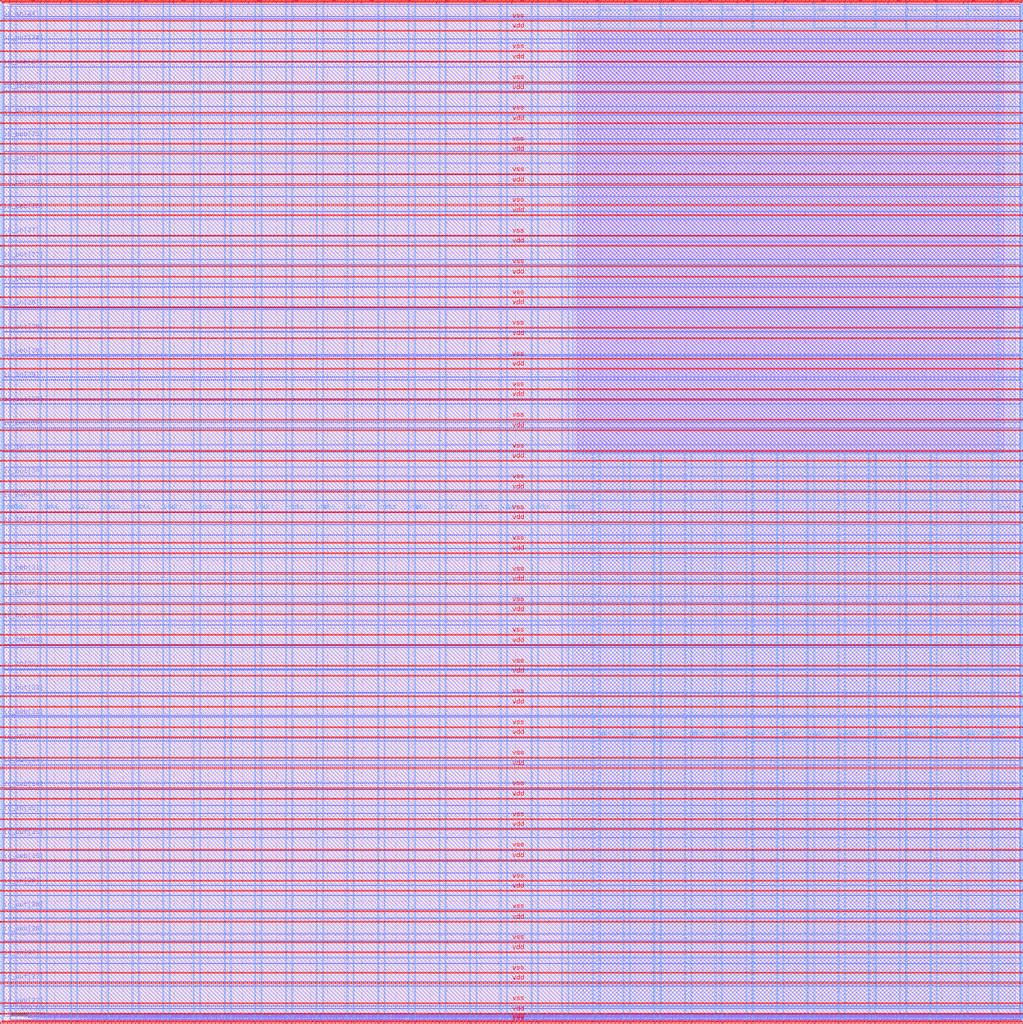
<source format=lef>
VERSION 5.7 ;
  NOWIREEXTENSIONATPIN ON ;
  DIVIDERCHAR "/" ;
  BUSBITCHARS "[]" ;
MACRO user_project_wrapper
  CLASS BLOCK ;
  FOREIGN user_project_wrapper ;
  ORIGIN 0.000 0.000 ;
  SIZE 2980.200 BY 2980.200 ;
  PIN io_in[0]
    DIRECTION INPUT ;
    USE SIGNAL ;
    PORT
      LAYER Metal3 ;
        RECT 2977.800 35.560 2985.000 36.680 ;
    END
  END io_in[0]
  PIN io_in[10]
    DIRECTION INPUT ;
    USE SIGNAL ;
    PORT
      LAYER Metal3 ;
        RECT 2977.800 2017.960 2985.000 2019.080 ;
    END
  END io_in[10]
  PIN io_in[11]
    DIRECTION INPUT ;
    USE SIGNAL ;
    PORT
      LAYER Metal3 ;
        RECT 2977.800 2216.200 2985.000 2217.320 ;
    END
  END io_in[11]
  PIN io_in[12]
    DIRECTION INPUT ;
    USE SIGNAL ;
    PORT
      LAYER Metal3 ;
        RECT 2977.800 2414.440 2985.000 2415.560 ;
    END
  END io_in[12]
  PIN io_in[13]
    DIRECTION INPUT ;
    USE SIGNAL ;
    PORT
      LAYER Metal3 ;
        RECT 2977.800 2612.680 2985.000 2613.800 ;
    END
  END io_in[13]
  PIN io_in[14]
    DIRECTION INPUT ;
    USE SIGNAL ;
    PORT
      LAYER Metal3 ;
        RECT 2977.800 2810.920 2985.000 2812.040 ;
    END
  END io_in[14]
  PIN io_in[15]
    DIRECTION INPUT ;
    USE SIGNAL ;
    PORT
      LAYER Metal2 ;
        RECT 2923.480 2977.800 2924.600 2985.000 ;
    END
  END io_in[15]
  PIN io_in[16]
    DIRECTION INPUT ;
    USE SIGNAL ;
    PORT
      LAYER Metal2 ;
        RECT 2592.520 2977.800 2593.640 2985.000 ;
    END
  END io_in[16]
  PIN io_in[17]
    DIRECTION INPUT ;
    USE SIGNAL ;
    PORT
      LAYER Metal2 ;
        RECT 2261.560 2977.800 2262.680 2985.000 ;
    END
  END io_in[17]
  PIN io_in[18]
    DIRECTION INPUT ;
    USE SIGNAL ;
    PORT
      LAYER Metal2 ;
        RECT 1930.600 2977.800 1931.720 2985.000 ;
    END
  END io_in[18]
  PIN io_in[19]
    DIRECTION INPUT ;
    USE SIGNAL ;
    PORT
      LAYER Metal2 ;
        RECT 1599.640 2977.800 1600.760 2985.000 ;
    END
  END io_in[19]
  PIN io_in[1]
    DIRECTION INPUT ;
    USE SIGNAL ;
    PORT
      LAYER Metal3 ;
        RECT 2977.800 233.800 2985.000 234.920 ;
    END
  END io_in[1]
  PIN io_in[20]
    DIRECTION INPUT ;
    USE SIGNAL ;
    PORT
      LAYER Metal2 ;
        RECT 1268.680 2977.800 1269.800 2985.000 ;
    END
  END io_in[20]
  PIN io_in[21]
    DIRECTION INPUT ;
    USE SIGNAL ;
    PORT
      LAYER Metal2 ;
        RECT 937.720 2977.800 938.840 2985.000 ;
    END
  END io_in[21]
  PIN io_in[22]
    DIRECTION INPUT ;
    USE SIGNAL ;
    PORT
      LAYER Metal2 ;
        RECT 606.760 2977.800 607.880 2985.000 ;
    END
  END io_in[22]
  PIN io_in[23]
    DIRECTION INPUT ;
    USE SIGNAL ;
    PORT
      LAYER Metal2 ;
        RECT 275.800 2977.800 276.920 2985.000 ;
    END
  END io_in[23]
  PIN io_in[24]
    DIRECTION INPUT ;
    USE SIGNAL ;
    PORT
      LAYER Metal3 ;
        RECT -4.800 2935.800 2.400 2936.920 ;
    END
  END io_in[24]
  PIN io_in[25]
    DIRECTION INPUT ;
    USE SIGNAL ;
    PORT
      LAYER Metal3 ;
        RECT -4.800 2724.120 2.400 2725.240 ;
    END
  END io_in[25]
  PIN io_in[26]
    DIRECTION INPUT ;
    USE SIGNAL ;
    PORT
      LAYER Metal3 ;
        RECT -4.800 2512.440 2.400 2513.560 ;
    END
  END io_in[26]
  PIN io_in[27]
    DIRECTION INPUT ;
    USE SIGNAL ;
    PORT
      LAYER Metal3 ;
        RECT -4.800 2300.760 2.400 2301.880 ;
    END
  END io_in[27]
  PIN io_in[28]
    DIRECTION INPUT ;
    USE SIGNAL ;
    PORT
      LAYER Metal3 ;
        RECT -4.800 2089.080 2.400 2090.200 ;
    END
  END io_in[28]
  PIN io_in[29]
    DIRECTION INPUT ;
    USE SIGNAL ;
    PORT
      LAYER Metal3 ;
        RECT -4.800 1877.400 2.400 1878.520 ;
    END
  END io_in[29]
  PIN io_in[2]
    DIRECTION INPUT ;
    USE SIGNAL ;
    PORT
      LAYER Metal3 ;
        RECT 2977.800 432.040 2985.000 433.160 ;
    END
  END io_in[2]
  PIN io_in[30]
    DIRECTION INPUT ;
    USE SIGNAL ;
    PORT
      LAYER Metal3 ;
        RECT -4.800 1665.720 2.400 1666.840 ;
    END
  END io_in[30]
  PIN io_in[31]
    DIRECTION INPUT ;
    USE SIGNAL ;
    PORT
      LAYER Metal3 ;
        RECT -4.800 1454.040 2.400 1455.160 ;
    END
  END io_in[31]
  PIN io_in[32]
    DIRECTION INPUT ;
    USE SIGNAL ;
    PORT
      LAYER Metal3 ;
        RECT -4.800 1242.360 2.400 1243.480 ;
    END
  END io_in[32]
  PIN io_in[33]
    DIRECTION INPUT ;
    USE SIGNAL ;
    PORT
      LAYER Metal3 ;
        RECT -4.800 1030.680 2.400 1031.800 ;
    END
  END io_in[33]
  PIN io_in[34]
    DIRECTION INPUT ;
    USE SIGNAL ;
    PORT
      LAYER Metal3 ;
        RECT -4.800 819.000 2.400 820.120 ;
    END
  END io_in[34]
  PIN io_in[35]
    DIRECTION INPUT ;
    USE SIGNAL ;
    PORT
      LAYER Metal3 ;
        RECT -4.800 607.320 2.400 608.440 ;
    END
  END io_in[35]
  PIN io_in[36]
    DIRECTION INPUT ;
    USE SIGNAL ;
    PORT
      LAYER Metal3 ;
        RECT -4.800 395.640 2.400 396.760 ;
    END
  END io_in[36]
  PIN io_in[37]
    DIRECTION INPUT ;
    USE SIGNAL ;
    PORT
      LAYER Metal3 ;
        RECT -4.800 183.960 2.400 185.080 ;
    END
  END io_in[37]
  PIN io_in[3]
    DIRECTION INPUT ;
    USE SIGNAL ;
    PORT
      LAYER Metal3 ;
        RECT 2977.800 630.280 2985.000 631.400 ;
    END
  END io_in[3]
  PIN io_in[4]
    DIRECTION INPUT ;
    USE SIGNAL ;
    PORT
      LAYER Metal3 ;
        RECT 2977.800 828.520 2985.000 829.640 ;
    END
  END io_in[4]
  PIN io_in[5]
    DIRECTION INPUT ;
    USE SIGNAL ;
    PORT
      LAYER Metal3 ;
        RECT 2977.800 1026.760 2985.000 1027.880 ;
    END
  END io_in[5]
  PIN io_in[6]
    DIRECTION INPUT ;
    USE SIGNAL ;
    PORT
      LAYER Metal3 ;
        RECT 2977.800 1225.000 2985.000 1226.120 ;
    END
  END io_in[6]
  PIN io_in[7]
    DIRECTION INPUT ;
    USE SIGNAL ;
    PORT
      LAYER Metal3 ;
        RECT 2977.800 1423.240 2985.000 1424.360 ;
    END
  END io_in[7]
  PIN io_in[8]
    DIRECTION INPUT ;
    USE SIGNAL ;
    PORT
      LAYER Metal3 ;
        RECT 2977.800 1621.480 2985.000 1622.600 ;
    END
  END io_in[8]
  PIN io_in[9]
    DIRECTION INPUT ;
    USE SIGNAL ;
    PORT
      LAYER Metal3 ;
        RECT 2977.800 1819.720 2985.000 1820.840 ;
    END
  END io_in[9]
  PIN io_oeb[0]
    DIRECTION OUTPUT TRISTATE ;
    USE SIGNAL ;
    PORT
      LAYER Metal3 ;
        RECT 2977.800 167.720 2985.000 168.840 ;
    END
  END io_oeb[0]
  PIN io_oeb[10]
    DIRECTION OUTPUT TRISTATE ;
    USE SIGNAL ;
    PORT
      LAYER Metal3 ;
        RECT 2977.800 2150.120 2985.000 2151.240 ;
    END
  END io_oeb[10]
  PIN io_oeb[11]
    DIRECTION OUTPUT TRISTATE ;
    USE SIGNAL ;
    PORT
      LAYER Metal3 ;
        RECT 2977.800 2348.360 2985.000 2349.480 ;
    END
  END io_oeb[11]
  PIN io_oeb[12]
    DIRECTION OUTPUT TRISTATE ;
    USE SIGNAL ;
    PORT
      LAYER Metal3 ;
        RECT 2977.800 2546.600 2985.000 2547.720 ;
    END
  END io_oeb[12]
  PIN io_oeb[13]
    DIRECTION OUTPUT TRISTATE ;
    USE SIGNAL ;
    PORT
      LAYER Metal3 ;
        RECT 2977.800 2744.840 2985.000 2745.960 ;
    END
  END io_oeb[13]
  PIN io_oeb[14]
    DIRECTION OUTPUT TRISTATE ;
    USE SIGNAL ;
    PORT
      LAYER Metal3 ;
        RECT 2977.800 2943.080 2985.000 2944.200 ;
    END
  END io_oeb[14]
  PIN io_oeb[15]
    DIRECTION OUTPUT TRISTATE ;
    USE SIGNAL ;
    PORT
      LAYER Metal2 ;
        RECT 2702.840 2977.800 2703.960 2985.000 ;
    END
  END io_oeb[15]
  PIN io_oeb[16]
    DIRECTION OUTPUT TRISTATE ;
    USE SIGNAL ;
    PORT
      LAYER Metal2 ;
        RECT 2371.880 2977.800 2373.000 2985.000 ;
    END
  END io_oeb[16]
  PIN io_oeb[17]
    DIRECTION OUTPUT TRISTATE ;
    USE SIGNAL ;
    PORT
      LAYER Metal2 ;
        RECT 2040.920 2977.800 2042.040 2985.000 ;
    END
  END io_oeb[17]
  PIN io_oeb[18]
    DIRECTION OUTPUT TRISTATE ;
    USE SIGNAL ;
    PORT
      LAYER Metal2 ;
        RECT 1709.960 2977.800 1711.080 2985.000 ;
    END
  END io_oeb[18]
  PIN io_oeb[19]
    DIRECTION OUTPUT TRISTATE ;
    USE SIGNAL ;
    PORT
      LAYER Metal2 ;
        RECT 1379.000 2977.800 1380.120 2985.000 ;
    END
  END io_oeb[19]
  PIN io_oeb[1]
    DIRECTION OUTPUT TRISTATE ;
    USE SIGNAL ;
    PORT
      LAYER Metal3 ;
        RECT 2977.800 365.960 2985.000 367.080 ;
    END
  END io_oeb[1]
  PIN io_oeb[20]
    DIRECTION OUTPUT TRISTATE ;
    USE SIGNAL ;
    PORT
      LAYER Metal2 ;
        RECT 1048.040 2977.800 1049.160 2985.000 ;
    END
  END io_oeb[20]
  PIN io_oeb[21]
    DIRECTION OUTPUT TRISTATE ;
    USE SIGNAL ;
    PORT
      LAYER Metal2 ;
        RECT 717.080 2977.800 718.200 2985.000 ;
    END
  END io_oeb[21]
  PIN io_oeb[22]
    DIRECTION OUTPUT TRISTATE ;
    USE SIGNAL ;
    PORT
      LAYER Metal2 ;
        RECT 386.120 2977.800 387.240 2985.000 ;
    END
  END io_oeb[22]
  PIN io_oeb[23]
    DIRECTION OUTPUT TRISTATE ;
    USE SIGNAL ;
    PORT
      LAYER Metal2 ;
        RECT 55.160 2977.800 56.280 2985.000 ;
    END
  END io_oeb[23]
  PIN io_oeb[24]
    DIRECTION OUTPUT TRISTATE ;
    USE SIGNAL ;
    PORT
      LAYER Metal3 ;
        RECT -4.800 2794.680 2.400 2795.800 ;
    END
  END io_oeb[24]
  PIN io_oeb[25]
    DIRECTION OUTPUT TRISTATE ;
    USE SIGNAL ;
    PORT
      LAYER Metal3 ;
        RECT -4.800 2583.000 2.400 2584.120 ;
    END
  END io_oeb[25]
  PIN io_oeb[26]
    DIRECTION OUTPUT TRISTATE ;
    USE SIGNAL ;
    PORT
      LAYER Metal3 ;
        RECT -4.800 2371.320 2.400 2372.440 ;
    END
  END io_oeb[26]
  PIN io_oeb[27]
    DIRECTION OUTPUT TRISTATE ;
    USE SIGNAL ;
    PORT
      LAYER Metal3 ;
        RECT -4.800 2159.640 2.400 2160.760 ;
    END
  END io_oeb[27]
  PIN io_oeb[28]
    DIRECTION OUTPUT TRISTATE ;
    USE SIGNAL ;
    PORT
      LAYER Metal3 ;
        RECT -4.800 1947.960 2.400 1949.080 ;
    END
  END io_oeb[28]
  PIN io_oeb[29]
    DIRECTION OUTPUT TRISTATE ;
    USE SIGNAL ;
    PORT
      LAYER Metal3 ;
        RECT -4.800 1736.280 2.400 1737.400 ;
    END
  END io_oeb[29]
  PIN io_oeb[2]
    DIRECTION OUTPUT TRISTATE ;
    USE SIGNAL ;
    PORT
      LAYER Metal3 ;
        RECT 2977.800 564.200 2985.000 565.320 ;
    END
  END io_oeb[2]
  PIN io_oeb[30]
    DIRECTION OUTPUT TRISTATE ;
    USE SIGNAL ;
    PORT
      LAYER Metal3 ;
        RECT -4.800 1524.600 2.400 1525.720 ;
    END
  END io_oeb[30]
  PIN io_oeb[31]
    DIRECTION OUTPUT TRISTATE ;
    USE SIGNAL ;
    PORT
      LAYER Metal3 ;
        RECT -4.800 1312.920 2.400 1314.040 ;
    END
  END io_oeb[31]
  PIN io_oeb[32]
    DIRECTION OUTPUT TRISTATE ;
    USE SIGNAL ;
    PORT
      LAYER Metal3 ;
        RECT -4.800 1101.240 2.400 1102.360 ;
    END
  END io_oeb[32]
  PIN io_oeb[33]
    DIRECTION OUTPUT TRISTATE ;
    USE SIGNAL ;
    PORT
      LAYER Metal3 ;
        RECT -4.800 889.560 2.400 890.680 ;
    END
  END io_oeb[33]
  PIN io_oeb[34]
    DIRECTION OUTPUT TRISTATE ;
    USE SIGNAL ;
    PORT
      LAYER Metal3 ;
        RECT -4.800 677.880 2.400 679.000 ;
    END
  END io_oeb[34]
  PIN io_oeb[35]
    DIRECTION OUTPUT TRISTATE ;
    USE SIGNAL ;
    PORT
      LAYER Metal3 ;
        RECT -4.800 466.200 2.400 467.320 ;
    END
  END io_oeb[35]
  PIN io_oeb[36]
    DIRECTION OUTPUT TRISTATE ;
    USE SIGNAL ;
    PORT
      LAYER Metal3 ;
        RECT -4.800 254.520 2.400 255.640 ;
    END
  END io_oeb[36]
  PIN io_oeb[37]
    DIRECTION OUTPUT TRISTATE ;
    USE SIGNAL ;
    PORT
      LAYER Metal3 ;
        RECT -4.800 42.840 2.400 43.960 ;
    END
  END io_oeb[37]
  PIN io_oeb[3]
    DIRECTION OUTPUT TRISTATE ;
    USE SIGNAL ;
    PORT
      LAYER Metal3 ;
        RECT 2977.800 762.440 2985.000 763.560 ;
    END
  END io_oeb[3]
  PIN io_oeb[4]
    DIRECTION OUTPUT TRISTATE ;
    USE SIGNAL ;
    PORT
      LAYER Metal3 ;
        RECT 2977.800 960.680 2985.000 961.800 ;
    END
  END io_oeb[4]
  PIN io_oeb[5]
    DIRECTION OUTPUT TRISTATE ;
    USE SIGNAL ;
    PORT
      LAYER Metal3 ;
        RECT 2977.800 1158.920 2985.000 1160.040 ;
    END
  END io_oeb[5]
  PIN io_oeb[6]
    DIRECTION OUTPUT TRISTATE ;
    USE SIGNAL ;
    PORT
      LAYER Metal3 ;
        RECT 2977.800 1357.160 2985.000 1358.280 ;
    END
  END io_oeb[6]
  PIN io_oeb[7]
    DIRECTION OUTPUT TRISTATE ;
    USE SIGNAL ;
    PORT
      LAYER Metal3 ;
        RECT 2977.800 1555.400 2985.000 1556.520 ;
    END
  END io_oeb[7]
  PIN io_oeb[8]
    DIRECTION OUTPUT TRISTATE ;
    USE SIGNAL ;
    PORT
      LAYER Metal3 ;
        RECT 2977.800 1753.640 2985.000 1754.760 ;
    END
  END io_oeb[8]
  PIN io_oeb[9]
    DIRECTION OUTPUT TRISTATE ;
    USE SIGNAL ;
    PORT
      LAYER Metal3 ;
        RECT 2977.800 1951.880 2985.000 1953.000 ;
    END
  END io_oeb[9]
  PIN io_out[0]
    DIRECTION OUTPUT TRISTATE ;
    USE SIGNAL ;
    PORT
      LAYER Metal3 ;
        RECT 2977.800 101.640 2985.000 102.760 ;
    END
  END io_out[0]
  PIN io_out[10]
    DIRECTION OUTPUT TRISTATE ;
    USE SIGNAL ;
    PORT
      LAYER Metal3 ;
        RECT 2977.800 2084.040 2985.000 2085.160 ;
    END
  END io_out[10]
  PIN io_out[11]
    DIRECTION OUTPUT TRISTATE ;
    USE SIGNAL ;
    PORT
      LAYER Metal3 ;
        RECT 2977.800 2282.280 2985.000 2283.400 ;
    END
  END io_out[11]
  PIN io_out[12]
    DIRECTION OUTPUT TRISTATE ;
    USE SIGNAL ;
    PORT
      LAYER Metal3 ;
        RECT 2977.800 2480.520 2985.000 2481.640 ;
    END
  END io_out[12]
  PIN io_out[13]
    DIRECTION OUTPUT TRISTATE ;
    USE SIGNAL ;
    PORT
      LAYER Metal3 ;
        RECT 2977.800 2678.760 2985.000 2679.880 ;
    END
  END io_out[13]
  PIN io_out[14]
    DIRECTION OUTPUT TRISTATE ;
    USE SIGNAL ;
    PORT
      LAYER Metal3 ;
        RECT 2977.800 2877.000 2985.000 2878.120 ;
    END
  END io_out[14]
  PIN io_out[15]
    DIRECTION OUTPUT TRISTATE ;
    USE SIGNAL ;
    PORT
      LAYER Metal2 ;
        RECT 2813.160 2977.800 2814.280 2985.000 ;
    END
  END io_out[15]
  PIN io_out[16]
    DIRECTION OUTPUT TRISTATE ;
    USE SIGNAL ;
    PORT
      LAYER Metal2 ;
        RECT 2482.200 2977.800 2483.320 2985.000 ;
    END
  END io_out[16]
  PIN io_out[17]
    DIRECTION OUTPUT TRISTATE ;
    USE SIGNAL ;
    PORT
      LAYER Metal2 ;
        RECT 2151.240 2977.800 2152.360 2985.000 ;
    END
  END io_out[17]
  PIN io_out[18]
    DIRECTION OUTPUT TRISTATE ;
    USE SIGNAL ;
    PORT
      LAYER Metal2 ;
        RECT 1820.280 2977.800 1821.400 2985.000 ;
    END
  END io_out[18]
  PIN io_out[19]
    DIRECTION OUTPUT TRISTATE ;
    USE SIGNAL ;
    PORT
      LAYER Metal2 ;
        RECT 1489.320 2977.800 1490.440 2985.000 ;
    END
  END io_out[19]
  PIN io_out[1]
    DIRECTION OUTPUT TRISTATE ;
    USE SIGNAL ;
    PORT
      LAYER Metal3 ;
        RECT 2977.800 299.880 2985.000 301.000 ;
    END
  END io_out[1]
  PIN io_out[20]
    DIRECTION OUTPUT TRISTATE ;
    USE SIGNAL ;
    PORT
      LAYER Metal2 ;
        RECT 1158.360 2977.800 1159.480 2985.000 ;
    END
  END io_out[20]
  PIN io_out[21]
    DIRECTION OUTPUT TRISTATE ;
    USE SIGNAL ;
    PORT
      LAYER Metal2 ;
        RECT 827.400 2977.800 828.520 2985.000 ;
    END
  END io_out[21]
  PIN io_out[22]
    DIRECTION OUTPUT TRISTATE ;
    USE SIGNAL ;
    PORT
      LAYER Metal2 ;
        RECT 496.440 2977.800 497.560 2985.000 ;
    END
  END io_out[22]
  PIN io_out[23]
    DIRECTION OUTPUT TRISTATE ;
    USE SIGNAL ;
    PORT
      LAYER Metal2 ;
        RECT 165.480 2977.800 166.600 2985.000 ;
    END
  END io_out[23]
  PIN io_out[24]
    DIRECTION OUTPUT TRISTATE ;
    USE SIGNAL ;
    PORT
      LAYER Metal3 ;
        RECT -4.800 2865.240 2.400 2866.360 ;
    END
  END io_out[24]
  PIN io_out[25]
    DIRECTION OUTPUT TRISTATE ;
    USE SIGNAL ;
    PORT
      LAYER Metal3 ;
        RECT -4.800 2653.560 2.400 2654.680 ;
    END
  END io_out[25]
  PIN io_out[26]
    DIRECTION OUTPUT TRISTATE ;
    USE SIGNAL ;
    PORT
      LAYER Metal3 ;
        RECT -4.800 2441.880 2.400 2443.000 ;
    END
  END io_out[26]
  PIN io_out[27]
    DIRECTION OUTPUT TRISTATE ;
    USE SIGNAL ;
    PORT
      LAYER Metal3 ;
        RECT -4.800 2230.200 2.400 2231.320 ;
    END
  END io_out[27]
  PIN io_out[28]
    DIRECTION OUTPUT TRISTATE ;
    USE SIGNAL ;
    PORT
      LAYER Metal3 ;
        RECT -4.800 2018.520 2.400 2019.640 ;
    END
  END io_out[28]
  PIN io_out[29]
    DIRECTION OUTPUT TRISTATE ;
    USE SIGNAL ;
    PORT
      LAYER Metal3 ;
        RECT -4.800 1806.840 2.400 1807.960 ;
    END
  END io_out[29]
  PIN io_out[2]
    DIRECTION OUTPUT TRISTATE ;
    USE SIGNAL ;
    PORT
      LAYER Metal3 ;
        RECT 2977.800 498.120 2985.000 499.240 ;
    END
  END io_out[2]
  PIN io_out[30]
    DIRECTION OUTPUT TRISTATE ;
    USE SIGNAL ;
    PORT
      LAYER Metal3 ;
        RECT -4.800 1595.160 2.400 1596.280 ;
    END
  END io_out[30]
  PIN io_out[31]
    DIRECTION OUTPUT TRISTATE ;
    USE SIGNAL ;
    PORT
      LAYER Metal3 ;
        RECT -4.800 1383.480 2.400 1384.600 ;
    END
  END io_out[31]
  PIN io_out[32]
    DIRECTION OUTPUT TRISTATE ;
    USE SIGNAL ;
    PORT
      LAYER Metal3 ;
        RECT -4.800 1171.800 2.400 1172.920 ;
    END
  END io_out[32]
  PIN io_out[33]
    DIRECTION OUTPUT TRISTATE ;
    USE SIGNAL ;
    PORT
      LAYER Metal3 ;
        RECT -4.800 960.120 2.400 961.240 ;
    END
  END io_out[33]
  PIN io_out[34]
    DIRECTION OUTPUT TRISTATE ;
    USE SIGNAL ;
    PORT
      LAYER Metal3 ;
        RECT -4.800 748.440 2.400 749.560 ;
    END
  END io_out[34]
  PIN io_out[35]
    DIRECTION OUTPUT TRISTATE ;
    USE SIGNAL ;
    PORT
      LAYER Metal3 ;
        RECT -4.800 536.760 2.400 537.880 ;
    END
  END io_out[35]
  PIN io_out[36]
    DIRECTION OUTPUT TRISTATE ;
    USE SIGNAL ;
    PORT
      LAYER Metal3 ;
        RECT -4.800 325.080 2.400 326.200 ;
    END
  END io_out[36]
  PIN io_out[37]
    DIRECTION OUTPUT TRISTATE ;
    USE SIGNAL ;
    PORT
      LAYER Metal3 ;
        RECT -4.800 113.400 2.400 114.520 ;
    END
  END io_out[37]
  PIN io_out[3]
    DIRECTION OUTPUT TRISTATE ;
    USE SIGNAL ;
    PORT
      LAYER Metal3 ;
        RECT 2977.800 696.360 2985.000 697.480 ;
    END
  END io_out[3]
  PIN io_out[4]
    DIRECTION OUTPUT TRISTATE ;
    USE SIGNAL ;
    PORT
      LAYER Metal3 ;
        RECT 2977.800 894.600 2985.000 895.720 ;
    END
  END io_out[4]
  PIN io_out[5]
    DIRECTION OUTPUT TRISTATE ;
    USE SIGNAL ;
    PORT
      LAYER Metal3 ;
        RECT 2977.800 1092.840 2985.000 1093.960 ;
    END
  END io_out[5]
  PIN io_out[6]
    DIRECTION OUTPUT TRISTATE ;
    USE SIGNAL ;
    PORT
      LAYER Metal3 ;
        RECT 2977.800 1291.080 2985.000 1292.200 ;
    END
  END io_out[6]
  PIN io_out[7]
    DIRECTION OUTPUT TRISTATE ;
    USE SIGNAL ;
    PORT
      LAYER Metal3 ;
        RECT 2977.800 1489.320 2985.000 1490.440 ;
    END
  END io_out[7]
  PIN io_out[8]
    DIRECTION OUTPUT TRISTATE ;
    USE SIGNAL ;
    PORT
      LAYER Metal3 ;
        RECT 2977.800 1687.560 2985.000 1688.680 ;
    END
  END io_out[8]
  PIN io_out[9]
    DIRECTION OUTPUT TRISTATE ;
    USE SIGNAL ;
    PORT
      LAYER Metal3 ;
        RECT 2977.800 1885.800 2985.000 1886.920 ;
    END
  END io_out[9]
  PIN la_data_in[0]
    DIRECTION INPUT ;
    USE SIGNAL ;
    PORT
      LAYER Metal2 ;
        RECT 1065.960 -4.800 1067.080 2.400 ;
    END
  END la_data_in[0]
  PIN la_data_in[10]
    DIRECTION INPUT ;
    USE SIGNAL ;
    PORT
      LAYER Metal2 ;
        RECT 1351.560 -4.800 1352.680 2.400 ;
    END
  END la_data_in[10]
  PIN la_data_in[11]
    DIRECTION INPUT ;
    USE SIGNAL ;
    PORT
      LAYER Metal2 ;
        RECT 1380.120 -4.800 1381.240 2.400 ;
    END
  END la_data_in[11]
  PIN la_data_in[12]
    DIRECTION INPUT ;
    USE SIGNAL ;
    PORT
      LAYER Metal2 ;
        RECT 1408.680 -4.800 1409.800 2.400 ;
    END
  END la_data_in[12]
  PIN la_data_in[13]
    DIRECTION INPUT ;
    USE SIGNAL ;
    PORT
      LAYER Metal2 ;
        RECT 1437.240 -4.800 1438.360 2.400 ;
    END
  END la_data_in[13]
  PIN la_data_in[14]
    DIRECTION INPUT ;
    USE SIGNAL ;
    PORT
      LAYER Metal2 ;
        RECT 1465.800 -4.800 1466.920 2.400 ;
    END
  END la_data_in[14]
  PIN la_data_in[15]
    DIRECTION INPUT ;
    USE SIGNAL ;
    PORT
      LAYER Metal2 ;
        RECT 1494.360 -4.800 1495.480 2.400 ;
    END
  END la_data_in[15]
  PIN la_data_in[16]
    DIRECTION INPUT ;
    USE SIGNAL ;
    PORT
      LAYER Metal2 ;
        RECT 1522.920 -4.800 1524.040 2.400 ;
    END
  END la_data_in[16]
  PIN la_data_in[17]
    DIRECTION INPUT ;
    USE SIGNAL ;
    PORT
      LAYER Metal2 ;
        RECT 1551.480 -4.800 1552.600 2.400 ;
    END
  END la_data_in[17]
  PIN la_data_in[18]
    DIRECTION INPUT ;
    USE SIGNAL ;
    PORT
      LAYER Metal2 ;
        RECT 1580.040 -4.800 1581.160 2.400 ;
    END
  END la_data_in[18]
  PIN la_data_in[19]
    DIRECTION INPUT ;
    USE SIGNAL ;
    PORT
      LAYER Metal2 ;
        RECT 1608.600 -4.800 1609.720 2.400 ;
    END
  END la_data_in[19]
  PIN la_data_in[1]
    DIRECTION INPUT ;
    USE SIGNAL ;
    PORT
      LAYER Metal2 ;
        RECT 1094.520 -4.800 1095.640 2.400 ;
    END
  END la_data_in[1]
  PIN la_data_in[20]
    DIRECTION INPUT ;
    USE SIGNAL ;
    PORT
      LAYER Metal2 ;
        RECT 1637.160 -4.800 1638.280 2.400 ;
    END
  END la_data_in[20]
  PIN la_data_in[21]
    DIRECTION INPUT ;
    USE SIGNAL ;
    PORT
      LAYER Metal2 ;
        RECT 1665.720 -4.800 1666.840 2.400 ;
    END
  END la_data_in[21]
  PIN la_data_in[22]
    DIRECTION INPUT ;
    USE SIGNAL ;
    PORT
      LAYER Metal2 ;
        RECT 1694.280 -4.800 1695.400 2.400 ;
    END
  END la_data_in[22]
  PIN la_data_in[23]
    DIRECTION INPUT ;
    USE SIGNAL ;
    PORT
      LAYER Metal2 ;
        RECT 1722.840 -4.800 1723.960 2.400 ;
    END
  END la_data_in[23]
  PIN la_data_in[24]
    DIRECTION INPUT ;
    USE SIGNAL ;
    PORT
      LAYER Metal2 ;
        RECT 1751.400 -4.800 1752.520 2.400 ;
    END
  END la_data_in[24]
  PIN la_data_in[25]
    DIRECTION INPUT ;
    USE SIGNAL ;
    PORT
      LAYER Metal2 ;
        RECT 1779.960 -4.800 1781.080 2.400 ;
    END
  END la_data_in[25]
  PIN la_data_in[26]
    DIRECTION INPUT ;
    USE SIGNAL ;
    PORT
      LAYER Metal2 ;
        RECT 1808.520 -4.800 1809.640 2.400 ;
    END
  END la_data_in[26]
  PIN la_data_in[27]
    DIRECTION INPUT ;
    USE SIGNAL ;
    PORT
      LAYER Metal2 ;
        RECT 1837.080 -4.800 1838.200 2.400 ;
    END
  END la_data_in[27]
  PIN la_data_in[28]
    DIRECTION INPUT ;
    USE SIGNAL ;
    PORT
      LAYER Metal2 ;
        RECT 1865.640 -4.800 1866.760 2.400 ;
    END
  END la_data_in[28]
  PIN la_data_in[29]
    DIRECTION INPUT ;
    USE SIGNAL ;
    PORT
      LAYER Metal2 ;
        RECT 1894.200 -4.800 1895.320 2.400 ;
    END
  END la_data_in[29]
  PIN la_data_in[2]
    DIRECTION INPUT ;
    USE SIGNAL ;
    PORT
      LAYER Metal2 ;
        RECT 1123.080 -4.800 1124.200 2.400 ;
    END
  END la_data_in[2]
  PIN la_data_in[30]
    DIRECTION INPUT ;
    USE SIGNAL ;
    PORT
      LAYER Metal2 ;
        RECT 1922.760 -4.800 1923.880 2.400 ;
    END
  END la_data_in[30]
  PIN la_data_in[31]
    DIRECTION INPUT ;
    USE SIGNAL ;
    PORT
      LAYER Metal2 ;
        RECT 1951.320 -4.800 1952.440 2.400 ;
    END
  END la_data_in[31]
  PIN la_data_in[32]
    DIRECTION INPUT ;
    USE SIGNAL ;
    PORT
      LAYER Metal2 ;
        RECT 1979.880 -4.800 1981.000 2.400 ;
    END
  END la_data_in[32]
  PIN la_data_in[33]
    DIRECTION INPUT ;
    USE SIGNAL ;
    PORT
      LAYER Metal2 ;
        RECT 2008.440 -4.800 2009.560 2.400 ;
    END
  END la_data_in[33]
  PIN la_data_in[34]
    DIRECTION INPUT ;
    USE SIGNAL ;
    PORT
      LAYER Metal2 ;
        RECT 2037.000 -4.800 2038.120 2.400 ;
    END
  END la_data_in[34]
  PIN la_data_in[35]
    DIRECTION INPUT ;
    USE SIGNAL ;
    PORT
      LAYER Metal2 ;
        RECT 2065.560 -4.800 2066.680 2.400 ;
    END
  END la_data_in[35]
  PIN la_data_in[36]
    DIRECTION INPUT ;
    USE SIGNAL ;
    PORT
      LAYER Metal2 ;
        RECT 2094.120 -4.800 2095.240 2.400 ;
    END
  END la_data_in[36]
  PIN la_data_in[37]
    DIRECTION INPUT ;
    USE SIGNAL ;
    PORT
      LAYER Metal2 ;
        RECT 2122.680 -4.800 2123.800 2.400 ;
    END
  END la_data_in[37]
  PIN la_data_in[38]
    DIRECTION INPUT ;
    USE SIGNAL ;
    PORT
      LAYER Metal2 ;
        RECT 2151.240 -4.800 2152.360 2.400 ;
    END
  END la_data_in[38]
  PIN la_data_in[39]
    DIRECTION INPUT ;
    USE SIGNAL ;
    PORT
      LAYER Metal2 ;
        RECT 2179.800 -4.800 2180.920 2.400 ;
    END
  END la_data_in[39]
  PIN la_data_in[3]
    DIRECTION INPUT ;
    USE SIGNAL ;
    PORT
      LAYER Metal2 ;
        RECT 1151.640 -4.800 1152.760 2.400 ;
    END
  END la_data_in[3]
  PIN la_data_in[40]
    DIRECTION INPUT ;
    USE SIGNAL ;
    PORT
      LAYER Metal2 ;
        RECT 2208.360 -4.800 2209.480 2.400 ;
    END
  END la_data_in[40]
  PIN la_data_in[41]
    DIRECTION INPUT ;
    USE SIGNAL ;
    PORT
      LAYER Metal2 ;
        RECT 2236.920 -4.800 2238.040 2.400 ;
    END
  END la_data_in[41]
  PIN la_data_in[42]
    DIRECTION INPUT ;
    USE SIGNAL ;
    PORT
      LAYER Metal2 ;
        RECT 2265.480 -4.800 2266.600 2.400 ;
    END
  END la_data_in[42]
  PIN la_data_in[43]
    DIRECTION INPUT ;
    USE SIGNAL ;
    PORT
      LAYER Metal2 ;
        RECT 2294.040 -4.800 2295.160 2.400 ;
    END
  END la_data_in[43]
  PIN la_data_in[44]
    DIRECTION INPUT ;
    USE SIGNAL ;
    PORT
      LAYER Metal2 ;
        RECT 2322.600 -4.800 2323.720 2.400 ;
    END
  END la_data_in[44]
  PIN la_data_in[45]
    DIRECTION INPUT ;
    USE SIGNAL ;
    PORT
      LAYER Metal2 ;
        RECT 2351.160 -4.800 2352.280 2.400 ;
    END
  END la_data_in[45]
  PIN la_data_in[46]
    DIRECTION INPUT ;
    USE SIGNAL ;
    PORT
      LAYER Metal2 ;
        RECT 2379.720 -4.800 2380.840 2.400 ;
    END
  END la_data_in[46]
  PIN la_data_in[47]
    DIRECTION INPUT ;
    USE SIGNAL ;
    PORT
      LAYER Metal2 ;
        RECT 2408.280 -4.800 2409.400 2.400 ;
    END
  END la_data_in[47]
  PIN la_data_in[48]
    DIRECTION INPUT ;
    USE SIGNAL ;
    PORT
      LAYER Metal2 ;
        RECT 2436.840 -4.800 2437.960 2.400 ;
    END
  END la_data_in[48]
  PIN la_data_in[49]
    DIRECTION INPUT ;
    USE SIGNAL ;
    PORT
      LAYER Metal2 ;
        RECT 2465.400 -4.800 2466.520 2.400 ;
    END
  END la_data_in[49]
  PIN la_data_in[4]
    DIRECTION INPUT ;
    USE SIGNAL ;
    PORT
      LAYER Metal2 ;
        RECT 1180.200 -4.800 1181.320 2.400 ;
    END
  END la_data_in[4]
  PIN la_data_in[50]
    DIRECTION INPUT ;
    USE SIGNAL ;
    PORT
      LAYER Metal2 ;
        RECT 2493.960 -4.800 2495.080 2.400 ;
    END
  END la_data_in[50]
  PIN la_data_in[51]
    DIRECTION INPUT ;
    USE SIGNAL ;
    PORT
      LAYER Metal2 ;
        RECT 2522.520 -4.800 2523.640 2.400 ;
    END
  END la_data_in[51]
  PIN la_data_in[52]
    DIRECTION INPUT ;
    USE SIGNAL ;
    PORT
      LAYER Metal2 ;
        RECT 2551.080 -4.800 2552.200 2.400 ;
    END
  END la_data_in[52]
  PIN la_data_in[53]
    DIRECTION INPUT ;
    USE SIGNAL ;
    PORT
      LAYER Metal2 ;
        RECT 2579.640 -4.800 2580.760 2.400 ;
    END
  END la_data_in[53]
  PIN la_data_in[54]
    DIRECTION INPUT ;
    USE SIGNAL ;
    PORT
      LAYER Metal2 ;
        RECT 2608.200 -4.800 2609.320 2.400 ;
    END
  END la_data_in[54]
  PIN la_data_in[55]
    DIRECTION INPUT ;
    USE SIGNAL ;
    PORT
      LAYER Metal2 ;
        RECT 2636.760 -4.800 2637.880 2.400 ;
    END
  END la_data_in[55]
  PIN la_data_in[56]
    DIRECTION INPUT ;
    USE SIGNAL ;
    PORT
      LAYER Metal2 ;
        RECT 2665.320 -4.800 2666.440 2.400 ;
    END
  END la_data_in[56]
  PIN la_data_in[57]
    DIRECTION INPUT ;
    USE SIGNAL ;
    PORT
      LAYER Metal2 ;
        RECT 2693.880 -4.800 2695.000 2.400 ;
    END
  END la_data_in[57]
  PIN la_data_in[58]
    DIRECTION INPUT ;
    USE SIGNAL ;
    PORT
      LAYER Metal2 ;
        RECT 2722.440 -4.800 2723.560 2.400 ;
    END
  END la_data_in[58]
  PIN la_data_in[59]
    DIRECTION INPUT ;
    USE SIGNAL ;
    PORT
      LAYER Metal2 ;
        RECT 2751.000 -4.800 2752.120 2.400 ;
    END
  END la_data_in[59]
  PIN la_data_in[5]
    DIRECTION INPUT ;
    USE SIGNAL ;
    PORT
      LAYER Metal2 ;
        RECT 1208.760 -4.800 1209.880 2.400 ;
    END
  END la_data_in[5]
  PIN la_data_in[60]
    DIRECTION INPUT ;
    USE SIGNAL ;
    PORT
      LAYER Metal2 ;
        RECT 2779.560 -4.800 2780.680 2.400 ;
    END
  END la_data_in[60]
  PIN la_data_in[61]
    DIRECTION INPUT ;
    USE SIGNAL ;
    PORT
      LAYER Metal2 ;
        RECT 2808.120 -4.800 2809.240 2.400 ;
    END
  END la_data_in[61]
  PIN la_data_in[62]
    DIRECTION INPUT ;
    USE SIGNAL ;
    PORT
      LAYER Metal2 ;
        RECT 2836.680 -4.800 2837.800 2.400 ;
    END
  END la_data_in[62]
  PIN la_data_in[63]
    DIRECTION INPUT ;
    USE SIGNAL ;
    PORT
      LAYER Metal2 ;
        RECT 2865.240 -4.800 2866.360 2.400 ;
    END
  END la_data_in[63]
  PIN la_data_in[6]
    DIRECTION INPUT ;
    USE SIGNAL ;
    PORT
      LAYER Metal2 ;
        RECT 1237.320 -4.800 1238.440 2.400 ;
    END
  END la_data_in[6]
  PIN la_data_in[7]
    DIRECTION INPUT ;
    USE SIGNAL ;
    PORT
      LAYER Metal2 ;
        RECT 1265.880 -4.800 1267.000 2.400 ;
    END
  END la_data_in[7]
  PIN la_data_in[8]
    DIRECTION INPUT ;
    USE SIGNAL ;
    PORT
      LAYER Metal2 ;
        RECT 1294.440 -4.800 1295.560 2.400 ;
    END
  END la_data_in[8]
  PIN la_data_in[9]
    DIRECTION INPUT ;
    USE SIGNAL ;
    PORT
      LAYER Metal2 ;
        RECT 1323.000 -4.800 1324.120 2.400 ;
    END
  END la_data_in[9]
  PIN la_data_out[0]
    DIRECTION OUTPUT TRISTATE ;
    USE SIGNAL ;
    PORT
      LAYER Metal2 ;
        RECT 1075.480 -4.800 1076.600 2.400 ;
    END
  END la_data_out[0]
  PIN la_data_out[10]
    DIRECTION OUTPUT TRISTATE ;
    USE SIGNAL ;
    PORT
      LAYER Metal2 ;
        RECT 1361.080 -4.800 1362.200 2.400 ;
    END
  END la_data_out[10]
  PIN la_data_out[11]
    DIRECTION OUTPUT TRISTATE ;
    USE SIGNAL ;
    PORT
      LAYER Metal2 ;
        RECT 1389.640 -4.800 1390.760 2.400 ;
    END
  END la_data_out[11]
  PIN la_data_out[12]
    DIRECTION OUTPUT TRISTATE ;
    USE SIGNAL ;
    PORT
      LAYER Metal2 ;
        RECT 1418.200 -4.800 1419.320 2.400 ;
    END
  END la_data_out[12]
  PIN la_data_out[13]
    DIRECTION OUTPUT TRISTATE ;
    USE SIGNAL ;
    PORT
      LAYER Metal2 ;
        RECT 1446.760 -4.800 1447.880 2.400 ;
    END
  END la_data_out[13]
  PIN la_data_out[14]
    DIRECTION OUTPUT TRISTATE ;
    USE SIGNAL ;
    PORT
      LAYER Metal2 ;
        RECT 1475.320 -4.800 1476.440 2.400 ;
    END
  END la_data_out[14]
  PIN la_data_out[15]
    DIRECTION OUTPUT TRISTATE ;
    USE SIGNAL ;
    PORT
      LAYER Metal2 ;
        RECT 1503.880 -4.800 1505.000 2.400 ;
    END
  END la_data_out[15]
  PIN la_data_out[16]
    DIRECTION OUTPUT TRISTATE ;
    USE SIGNAL ;
    PORT
      LAYER Metal2 ;
        RECT 1532.440 -4.800 1533.560 2.400 ;
    END
  END la_data_out[16]
  PIN la_data_out[17]
    DIRECTION OUTPUT TRISTATE ;
    USE SIGNAL ;
    PORT
      LAYER Metal2 ;
        RECT 1561.000 -4.800 1562.120 2.400 ;
    END
  END la_data_out[17]
  PIN la_data_out[18]
    DIRECTION OUTPUT TRISTATE ;
    USE SIGNAL ;
    PORT
      LAYER Metal2 ;
        RECT 1589.560 -4.800 1590.680 2.400 ;
    END
  END la_data_out[18]
  PIN la_data_out[19]
    DIRECTION OUTPUT TRISTATE ;
    USE SIGNAL ;
    PORT
      LAYER Metal2 ;
        RECT 1618.120 -4.800 1619.240 2.400 ;
    END
  END la_data_out[19]
  PIN la_data_out[1]
    DIRECTION OUTPUT TRISTATE ;
    USE SIGNAL ;
    PORT
      LAYER Metal2 ;
        RECT 1104.040 -4.800 1105.160 2.400 ;
    END
  END la_data_out[1]
  PIN la_data_out[20]
    DIRECTION OUTPUT TRISTATE ;
    USE SIGNAL ;
    PORT
      LAYER Metal2 ;
        RECT 1646.680 -4.800 1647.800 2.400 ;
    END
  END la_data_out[20]
  PIN la_data_out[21]
    DIRECTION OUTPUT TRISTATE ;
    USE SIGNAL ;
    PORT
      LAYER Metal2 ;
        RECT 1675.240 -4.800 1676.360 2.400 ;
    END
  END la_data_out[21]
  PIN la_data_out[22]
    DIRECTION OUTPUT TRISTATE ;
    USE SIGNAL ;
    PORT
      LAYER Metal2 ;
        RECT 1703.800 -4.800 1704.920 2.400 ;
    END
  END la_data_out[22]
  PIN la_data_out[23]
    DIRECTION OUTPUT TRISTATE ;
    USE SIGNAL ;
    PORT
      LAYER Metal2 ;
        RECT 1732.360 -4.800 1733.480 2.400 ;
    END
  END la_data_out[23]
  PIN la_data_out[24]
    DIRECTION OUTPUT TRISTATE ;
    USE SIGNAL ;
    PORT
      LAYER Metal2 ;
        RECT 1760.920 -4.800 1762.040 2.400 ;
    END
  END la_data_out[24]
  PIN la_data_out[25]
    DIRECTION OUTPUT TRISTATE ;
    USE SIGNAL ;
    PORT
      LAYER Metal2 ;
        RECT 1789.480 -4.800 1790.600 2.400 ;
    END
  END la_data_out[25]
  PIN la_data_out[26]
    DIRECTION OUTPUT TRISTATE ;
    USE SIGNAL ;
    PORT
      LAYER Metal2 ;
        RECT 1818.040 -4.800 1819.160 2.400 ;
    END
  END la_data_out[26]
  PIN la_data_out[27]
    DIRECTION OUTPUT TRISTATE ;
    USE SIGNAL ;
    PORT
      LAYER Metal2 ;
        RECT 1846.600 -4.800 1847.720 2.400 ;
    END
  END la_data_out[27]
  PIN la_data_out[28]
    DIRECTION OUTPUT TRISTATE ;
    USE SIGNAL ;
    PORT
      LAYER Metal2 ;
        RECT 1875.160 -4.800 1876.280 2.400 ;
    END
  END la_data_out[28]
  PIN la_data_out[29]
    DIRECTION OUTPUT TRISTATE ;
    USE SIGNAL ;
    PORT
      LAYER Metal2 ;
        RECT 1903.720 -4.800 1904.840 2.400 ;
    END
  END la_data_out[29]
  PIN la_data_out[2]
    DIRECTION OUTPUT TRISTATE ;
    USE SIGNAL ;
    PORT
      LAYER Metal2 ;
        RECT 1132.600 -4.800 1133.720 2.400 ;
    END
  END la_data_out[2]
  PIN la_data_out[30]
    DIRECTION OUTPUT TRISTATE ;
    USE SIGNAL ;
    PORT
      LAYER Metal2 ;
        RECT 1932.280 -4.800 1933.400 2.400 ;
    END
  END la_data_out[30]
  PIN la_data_out[31]
    DIRECTION OUTPUT TRISTATE ;
    USE SIGNAL ;
    PORT
      LAYER Metal2 ;
        RECT 1960.840 -4.800 1961.960 2.400 ;
    END
  END la_data_out[31]
  PIN la_data_out[32]
    DIRECTION OUTPUT TRISTATE ;
    USE SIGNAL ;
    PORT
      LAYER Metal2 ;
        RECT 1989.400 -4.800 1990.520 2.400 ;
    END
  END la_data_out[32]
  PIN la_data_out[33]
    DIRECTION OUTPUT TRISTATE ;
    USE SIGNAL ;
    PORT
      LAYER Metal2 ;
        RECT 2017.960 -4.800 2019.080 2.400 ;
    END
  END la_data_out[33]
  PIN la_data_out[34]
    DIRECTION OUTPUT TRISTATE ;
    USE SIGNAL ;
    PORT
      LAYER Metal2 ;
        RECT 2046.520 -4.800 2047.640 2.400 ;
    END
  END la_data_out[34]
  PIN la_data_out[35]
    DIRECTION OUTPUT TRISTATE ;
    USE SIGNAL ;
    PORT
      LAYER Metal2 ;
        RECT 2075.080 -4.800 2076.200 2.400 ;
    END
  END la_data_out[35]
  PIN la_data_out[36]
    DIRECTION OUTPUT TRISTATE ;
    USE SIGNAL ;
    PORT
      LAYER Metal2 ;
        RECT 2103.640 -4.800 2104.760 2.400 ;
    END
  END la_data_out[36]
  PIN la_data_out[37]
    DIRECTION OUTPUT TRISTATE ;
    USE SIGNAL ;
    PORT
      LAYER Metal2 ;
        RECT 2132.200 -4.800 2133.320 2.400 ;
    END
  END la_data_out[37]
  PIN la_data_out[38]
    DIRECTION OUTPUT TRISTATE ;
    USE SIGNAL ;
    PORT
      LAYER Metal2 ;
        RECT 2160.760 -4.800 2161.880 2.400 ;
    END
  END la_data_out[38]
  PIN la_data_out[39]
    DIRECTION OUTPUT TRISTATE ;
    USE SIGNAL ;
    PORT
      LAYER Metal2 ;
        RECT 2189.320 -4.800 2190.440 2.400 ;
    END
  END la_data_out[39]
  PIN la_data_out[3]
    DIRECTION OUTPUT TRISTATE ;
    USE SIGNAL ;
    PORT
      LAYER Metal2 ;
        RECT 1161.160 -4.800 1162.280 2.400 ;
    END
  END la_data_out[3]
  PIN la_data_out[40]
    DIRECTION OUTPUT TRISTATE ;
    USE SIGNAL ;
    PORT
      LAYER Metal2 ;
        RECT 2217.880 -4.800 2219.000 2.400 ;
    END
  END la_data_out[40]
  PIN la_data_out[41]
    DIRECTION OUTPUT TRISTATE ;
    USE SIGNAL ;
    PORT
      LAYER Metal2 ;
        RECT 2246.440 -4.800 2247.560 2.400 ;
    END
  END la_data_out[41]
  PIN la_data_out[42]
    DIRECTION OUTPUT TRISTATE ;
    USE SIGNAL ;
    PORT
      LAYER Metal2 ;
        RECT 2275.000 -4.800 2276.120 2.400 ;
    END
  END la_data_out[42]
  PIN la_data_out[43]
    DIRECTION OUTPUT TRISTATE ;
    USE SIGNAL ;
    PORT
      LAYER Metal2 ;
        RECT 2303.560 -4.800 2304.680 2.400 ;
    END
  END la_data_out[43]
  PIN la_data_out[44]
    DIRECTION OUTPUT TRISTATE ;
    USE SIGNAL ;
    PORT
      LAYER Metal2 ;
        RECT 2332.120 -4.800 2333.240 2.400 ;
    END
  END la_data_out[44]
  PIN la_data_out[45]
    DIRECTION OUTPUT TRISTATE ;
    USE SIGNAL ;
    PORT
      LAYER Metal2 ;
        RECT 2360.680 -4.800 2361.800 2.400 ;
    END
  END la_data_out[45]
  PIN la_data_out[46]
    DIRECTION OUTPUT TRISTATE ;
    USE SIGNAL ;
    PORT
      LAYER Metal2 ;
        RECT 2389.240 -4.800 2390.360 2.400 ;
    END
  END la_data_out[46]
  PIN la_data_out[47]
    DIRECTION OUTPUT TRISTATE ;
    USE SIGNAL ;
    PORT
      LAYER Metal2 ;
        RECT 2417.800 -4.800 2418.920 2.400 ;
    END
  END la_data_out[47]
  PIN la_data_out[48]
    DIRECTION OUTPUT TRISTATE ;
    USE SIGNAL ;
    PORT
      LAYER Metal2 ;
        RECT 2446.360 -4.800 2447.480 2.400 ;
    END
  END la_data_out[48]
  PIN la_data_out[49]
    DIRECTION OUTPUT TRISTATE ;
    USE SIGNAL ;
    PORT
      LAYER Metal2 ;
        RECT 2474.920 -4.800 2476.040 2.400 ;
    END
  END la_data_out[49]
  PIN la_data_out[4]
    DIRECTION OUTPUT TRISTATE ;
    USE SIGNAL ;
    PORT
      LAYER Metal2 ;
        RECT 1189.720 -4.800 1190.840 2.400 ;
    END
  END la_data_out[4]
  PIN la_data_out[50]
    DIRECTION OUTPUT TRISTATE ;
    USE SIGNAL ;
    PORT
      LAYER Metal2 ;
        RECT 2503.480 -4.800 2504.600 2.400 ;
    END
  END la_data_out[50]
  PIN la_data_out[51]
    DIRECTION OUTPUT TRISTATE ;
    USE SIGNAL ;
    PORT
      LAYER Metal2 ;
        RECT 2532.040 -4.800 2533.160 2.400 ;
    END
  END la_data_out[51]
  PIN la_data_out[52]
    DIRECTION OUTPUT TRISTATE ;
    USE SIGNAL ;
    PORT
      LAYER Metal2 ;
        RECT 2560.600 -4.800 2561.720 2.400 ;
    END
  END la_data_out[52]
  PIN la_data_out[53]
    DIRECTION OUTPUT TRISTATE ;
    USE SIGNAL ;
    PORT
      LAYER Metal2 ;
        RECT 2589.160 -4.800 2590.280 2.400 ;
    END
  END la_data_out[53]
  PIN la_data_out[54]
    DIRECTION OUTPUT TRISTATE ;
    USE SIGNAL ;
    PORT
      LAYER Metal2 ;
        RECT 2617.720 -4.800 2618.840 2.400 ;
    END
  END la_data_out[54]
  PIN la_data_out[55]
    DIRECTION OUTPUT TRISTATE ;
    USE SIGNAL ;
    PORT
      LAYER Metal2 ;
        RECT 2646.280 -4.800 2647.400 2.400 ;
    END
  END la_data_out[55]
  PIN la_data_out[56]
    DIRECTION OUTPUT TRISTATE ;
    USE SIGNAL ;
    PORT
      LAYER Metal2 ;
        RECT 2674.840 -4.800 2675.960 2.400 ;
    END
  END la_data_out[56]
  PIN la_data_out[57]
    DIRECTION OUTPUT TRISTATE ;
    USE SIGNAL ;
    PORT
      LAYER Metal2 ;
        RECT 2703.400 -4.800 2704.520 2.400 ;
    END
  END la_data_out[57]
  PIN la_data_out[58]
    DIRECTION OUTPUT TRISTATE ;
    USE SIGNAL ;
    PORT
      LAYER Metal2 ;
        RECT 2731.960 -4.800 2733.080 2.400 ;
    END
  END la_data_out[58]
  PIN la_data_out[59]
    DIRECTION OUTPUT TRISTATE ;
    USE SIGNAL ;
    PORT
      LAYER Metal2 ;
        RECT 2760.520 -4.800 2761.640 2.400 ;
    END
  END la_data_out[59]
  PIN la_data_out[5]
    DIRECTION OUTPUT TRISTATE ;
    USE SIGNAL ;
    PORT
      LAYER Metal2 ;
        RECT 1218.280 -4.800 1219.400 2.400 ;
    END
  END la_data_out[5]
  PIN la_data_out[60]
    DIRECTION OUTPUT TRISTATE ;
    USE SIGNAL ;
    PORT
      LAYER Metal2 ;
        RECT 2789.080 -4.800 2790.200 2.400 ;
    END
  END la_data_out[60]
  PIN la_data_out[61]
    DIRECTION OUTPUT TRISTATE ;
    USE SIGNAL ;
    PORT
      LAYER Metal2 ;
        RECT 2817.640 -4.800 2818.760 2.400 ;
    END
  END la_data_out[61]
  PIN la_data_out[62]
    DIRECTION OUTPUT TRISTATE ;
    USE SIGNAL ;
    PORT
      LAYER Metal2 ;
        RECT 2846.200 -4.800 2847.320 2.400 ;
    END
  END la_data_out[62]
  PIN la_data_out[63]
    DIRECTION OUTPUT TRISTATE ;
    USE SIGNAL ;
    PORT
      LAYER Metal2 ;
        RECT 2874.760 -4.800 2875.880 2.400 ;
    END
  END la_data_out[63]
  PIN la_data_out[6]
    DIRECTION OUTPUT TRISTATE ;
    USE SIGNAL ;
    PORT
      LAYER Metal2 ;
        RECT 1246.840 -4.800 1247.960 2.400 ;
    END
  END la_data_out[6]
  PIN la_data_out[7]
    DIRECTION OUTPUT TRISTATE ;
    USE SIGNAL ;
    PORT
      LAYER Metal2 ;
        RECT 1275.400 -4.800 1276.520 2.400 ;
    END
  END la_data_out[7]
  PIN la_data_out[8]
    DIRECTION OUTPUT TRISTATE ;
    USE SIGNAL ;
    PORT
      LAYER Metal2 ;
        RECT 1303.960 -4.800 1305.080 2.400 ;
    END
  END la_data_out[8]
  PIN la_data_out[9]
    DIRECTION OUTPUT TRISTATE ;
    USE SIGNAL ;
    PORT
      LAYER Metal2 ;
        RECT 1332.520 -4.800 1333.640 2.400 ;
    END
  END la_data_out[9]
  PIN la_oenb[0]
    DIRECTION INPUT ;
    USE SIGNAL ;
    PORT
      LAYER Metal2 ;
        RECT 1085.000 -4.800 1086.120 2.400 ;
    END
  END la_oenb[0]
  PIN la_oenb[10]
    DIRECTION INPUT ;
    USE SIGNAL ;
    PORT
      LAYER Metal2 ;
        RECT 1370.600 -4.800 1371.720 2.400 ;
    END
  END la_oenb[10]
  PIN la_oenb[11]
    DIRECTION INPUT ;
    USE SIGNAL ;
    PORT
      LAYER Metal2 ;
        RECT 1399.160 -4.800 1400.280 2.400 ;
    END
  END la_oenb[11]
  PIN la_oenb[12]
    DIRECTION INPUT ;
    USE SIGNAL ;
    PORT
      LAYER Metal2 ;
        RECT 1427.720 -4.800 1428.840 2.400 ;
    END
  END la_oenb[12]
  PIN la_oenb[13]
    DIRECTION INPUT ;
    USE SIGNAL ;
    PORT
      LAYER Metal2 ;
        RECT 1456.280 -4.800 1457.400 2.400 ;
    END
  END la_oenb[13]
  PIN la_oenb[14]
    DIRECTION INPUT ;
    USE SIGNAL ;
    PORT
      LAYER Metal2 ;
        RECT 1484.840 -4.800 1485.960 2.400 ;
    END
  END la_oenb[14]
  PIN la_oenb[15]
    DIRECTION INPUT ;
    USE SIGNAL ;
    PORT
      LAYER Metal2 ;
        RECT 1513.400 -4.800 1514.520 2.400 ;
    END
  END la_oenb[15]
  PIN la_oenb[16]
    DIRECTION INPUT ;
    USE SIGNAL ;
    PORT
      LAYER Metal2 ;
        RECT 1541.960 -4.800 1543.080 2.400 ;
    END
  END la_oenb[16]
  PIN la_oenb[17]
    DIRECTION INPUT ;
    USE SIGNAL ;
    PORT
      LAYER Metal2 ;
        RECT 1570.520 -4.800 1571.640 2.400 ;
    END
  END la_oenb[17]
  PIN la_oenb[18]
    DIRECTION INPUT ;
    USE SIGNAL ;
    PORT
      LAYER Metal2 ;
        RECT 1599.080 -4.800 1600.200 2.400 ;
    END
  END la_oenb[18]
  PIN la_oenb[19]
    DIRECTION INPUT ;
    USE SIGNAL ;
    PORT
      LAYER Metal2 ;
        RECT 1627.640 -4.800 1628.760 2.400 ;
    END
  END la_oenb[19]
  PIN la_oenb[1]
    DIRECTION INPUT ;
    USE SIGNAL ;
    PORT
      LAYER Metal2 ;
        RECT 1113.560 -4.800 1114.680 2.400 ;
    END
  END la_oenb[1]
  PIN la_oenb[20]
    DIRECTION INPUT ;
    USE SIGNAL ;
    PORT
      LAYER Metal2 ;
        RECT 1656.200 -4.800 1657.320 2.400 ;
    END
  END la_oenb[20]
  PIN la_oenb[21]
    DIRECTION INPUT ;
    USE SIGNAL ;
    PORT
      LAYER Metal2 ;
        RECT 1684.760 -4.800 1685.880 2.400 ;
    END
  END la_oenb[21]
  PIN la_oenb[22]
    DIRECTION INPUT ;
    USE SIGNAL ;
    PORT
      LAYER Metal2 ;
        RECT 1713.320 -4.800 1714.440 2.400 ;
    END
  END la_oenb[22]
  PIN la_oenb[23]
    DIRECTION INPUT ;
    USE SIGNAL ;
    PORT
      LAYER Metal2 ;
        RECT 1741.880 -4.800 1743.000 2.400 ;
    END
  END la_oenb[23]
  PIN la_oenb[24]
    DIRECTION INPUT ;
    USE SIGNAL ;
    PORT
      LAYER Metal2 ;
        RECT 1770.440 -4.800 1771.560 2.400 ;
    END
  END la_oenb[24]
  PIN la_oenb[25]
    DIRECTION INPUT ;
    USE SIGNAL ;
    PORT
      LAYER Metal2 ;
        RECT 1799.000 -4.800 1800.120 2.400 ;
    END
  END la_oenb[25]
  PIN la_oenb[26]
    DIRECTION INPUT ;
    USE SIGNAL ;
    PORT
      LAYER Metal2 ;
        RECT 1827.560 -4.800 1828.680 2.400 ;
    END
  END la_oenb[26]
  PIN la_oenb[27]
    DIRECTION INPUT ;
    USE SIGNAL ;
    PORT
      LAYER Metal2 ;
        RECT 1856.120 -4.800 1857.240 2.400 ;
    END
  END la_oenb[27]
  PIN la_oenb[28]
    DIRECTION INPUT ;
    USE SIGNAL ;
    PORT
      LAYER Metal2 ;
        RECT 1884.680 -4.800 1885.800 2.400 ;
    END
  END la_oenb[28]
  PIN la_oenb[29]
    DIRECTION INPUT ;
    USE SIGNAL ;
    PORT
      LAYER Metal2 ;
        RECT 1913.240 -4.800 1914.360 2.400 ;
    END
  END la_oenb[29]
  PIN la_oenb[2]
    DIRECTION INPUT ;
    USE SIGNAL ;
    PORT
      LAYER Metal2 ;
        RECT 1142.120 -4.800 1143.240 2.400 ;
    END
  END la_oenb[2]
  PIN la_oenb[30]
    DIRECTION INPUT ;
    USE SIGNAL ;
    PORT
      LAYER Metal2 ;
        RECT 1941.800 -4.800 1942.920 2.400 ;
    END
  END la_oenb[30]
  PIN la_oenb[31]
    DIRECTION INPUT ;
    USE SIGNAL ;
    PORT
      LAYER Metal2 ;
        RECT 1970.360 -4.800 1971.480 2.400 ;
    END
  END la_oenb[31]
  PIN la_oenb[32]
    DIRECTION INPUT ;
    USE SIGNAL ;
    PORT
      LAYER Metal2 ;
        RECT 1998.920 -4.800 2000.040 2.400 ;
    END
  END la_oenb[32]
  PIN la_oenb[33]
    DIRECTION INPUT ;
    USE SIGNAL ;
    PORT
      LAYER Metal2 ;
        RECT 2027.480 -4.800 2028.600 2.400 ;
    END
  END la_oenb[33]
  PIN la_oenb[34]
    DIRECTION INPUT ;
    USE SIGNAL ;
    PORT
      LAYER Metal2 ;
        RECT 2056.040 -4.800 2057.160 2.400 ;
    END
  END la_oenb[34]
  PIN la_oenb[35]
    DIRECTION INPUT ;
    USE SIGNAL ;
    PORT
      LAYER Metal2 ;
        RECT 2084.600 -4.800 2085.720 2.400 ;
    END
  END la_oenb[35]
  PIN la_oenb[36]
    DIRECTION INPUT ;
    USE SIGNAL ;
    PORT
      LAYER Metal2 ;
        RECT 2113.160 -4.800 2114.280 2.400 ;
    END
  END la_oenb[36]
  PIN la_oenb[37]
    DIRECTION INPUT ;
    USE SIGNAL ;
    PORT
      LAYER Metal2 ;
        RECT 2141.720 -4.800 2142.840 2.400 ;
    END
  END la_oenb[37]
  PIN la_oenb[38]
    DIRECTION INPUT ;
    USE SIGNAL ;
    PORT
      LAYER Metal2 ;
        RECT 2170.280 -4.800 2171.400 2.400 ;
    END
  END la_oenb[38]
  PIN la_oenb[39]
    DIRECTION INPUT ;
    USE SIGNAL ;
    PORT
      LAYER Metal2 ;
        RECT 2198.840 -4.800 2199.960 2.400 ;
    END
  END la_oenb[39]
  PIN la_oenb[3]
    DIRECTION INPUT ;
    USE SIGNAL ;
    PORT
      LAYER Metal2 ;
        RECT 1170.680 -4.800 1171.800 2.400 ;
    END
  END la_oenb[3]
  PIN la_oenb[40]
    DIRECTION INPUT ;
    USE SIGNAL ;
    PORT
      LAYER Metal2 ;
        RECT 2227.400 -4.800 2228.520 2.400 ;
    END
  END la_oenb[40]
  PIN la_oenb[41]
    DIRECTION INPUT ;
    USE SIGNAL ;
    PORT
      LAYER Metal2 ;
        RECT 2255.960 -4.800 2257.080 2.400 ;
    END
  END la_oenb[41]
  PIN la_oenb[42]
    DIRECTION INPUT ;
    USE SIGNAL ;
    PORT
      LAYER Metal2 ;
        RECT 2284.520 -4.800 2285.640 2.400 ;
    END
  END la_oenb[42]
  PIN la_oenb[43]
    DIRECTION INPUT ;
    USE SIGNAL ;
    PORT
      LAYER Metal2 ;
        RECT 2313.080 -4.800 2314.200 2.400 ;
    END
  END la_oenb[43]
  PIN la_oenb[44]
    DIRECTION INPUT ;
    USE SIGNAL ;
    PORT
      LAYER Metal2 ;
        RECT 2341.640 -4.800 2342.760 2.400 ;
    END
  END la_oenb[44]
  PIN la_oenb[45]
    DIRECTION INPUT ;
    USE SIGNAL ;
    PORT
      LAYER Metal2 ;
        RECT 2370.200 -4.800 2371.320 2.400 ;
    END
  END la_oenb[45]
  PIN la_oenb[46]
    DIRECTION INPUT ;
    USE SIGNAL ;
    PORT
      LAYER Metal2 ;
        RECT 2398.760 -4.800 2399.880 2.400 ;
    END
  END la_oenb[46]
  PIN la_oenb[47]
    DIRECTION INPUT ;
    USE SIGNAL ;
    PORT
      LAYER Metal2 ;
        RECT 2427.320 -4.800 2428.440 2.400 ;
    END
  END la_oenb[47]
  PIN la_oenb[48]
    DIRECTION INPUT ;
    USE SIGNAL ;
    PORT
      LAYER Metal2 ;
        RECT 2455.880 -4.800 2457.000 2.400 ;
    END
  END la_oenb[48]
  PIN la_oenb[49]
    DIRECTION INPUT ;
    USE SIGNAL ;
    PORT
      LAYER Metal2 ;
        RECT 2484.440 -4.800 2485.560 2.400 ;
    END
  END la_oenb[49]
  PIN la_oenb[4]
    DIRECTION INPUT ;
    USE SIGNAL ;
    PORT
      LAYER Metal2 ;
        RECT 1199.240 -4.800 1200.360 2.400 ;
    END
  END la_oenb[4]
  PIN la_oenb[50]
    DIRECTION INPUT ;
    USE SIGNAL ;
    PORT
      LAYER Metal2 ;
        RECT 2513.000 -4.800 2514.120 2.400 ;
    END
  END la_oenb[50]
  PIN la_oenb[51]
    DIRECTION INPUT ;
    USE SIGNAL ;
    PORT
      LAYER Metal2 ;
        RECT 2541.560 -4.800 2542.680 2.400 ;
    END
  END la_oenb[51]
  PIN la_oenb[52]
    DIRECTION INPUT ;
    USE SIGNAL ;
    PORT
      LAYER Metal2 ;
        RECT 2570.120 -4.800 2571.240 2.400 ;
    END
  END la_oenb[52]
  PIN la_oenb[53]
    DIRECTION INPUT ;
    USE SIGNAL ;
    PORT
      LAYER Metal2 ;
        RECT 2598.680 -4.800 2599.800 2.400 ;
    END
  END la_oenb[53]
  PIN la_oenb[54]
    DIRECTION INPUT ;
    USE SIGNAL ;
    PORT
      LAYER Metal2 ;
        RECT 2627.240 -4.800 2628.360 2.400 ;
    END
  END la_oenb[54]
  PIN la_oenb[55]
    DIRECTION INPUT ;
    USE SIGNAL ;
    PORT
      LAYER Metal2 ;
        RECT 2655.800 -4.800 2656.920 2.400 ;
    END
  END la_oenb[55]
  PIN la_oenb[56]
    DIRECTION INPUT ;
    USE SIGNAL ;
    PORT
      LAYER Metal2 ;
        RECT 2684.360 -4.800 2685.480 2.400 ;
    END
  END la_oenb[56]
  PIN la_oenb[57]
    DIRECTION INPUT ;
    USE SIGNAL ;
    PORT
      LAYER Metal2 ;
        RECT 2712.920 -4.800 2714.040 2.400 ;
    END
  END la_oenb[57]
  PIN la_oenb[58]
    DIRECTION INPUT ;
    USE SIGNAL ;
    PORT
      LAYER Metal2 ;
        RECT 2741.480 -4.800 2742.600 2.400 ;
    END
  END la_oenb[58]
  PIN la_oenb[59]
    DIRECTION INPUT ;
    USE SIGNAL ;
    PORT
      LAYER Metal2 ;
        RECT 2770.040 -4.800 2771.160 2.400 ;
    END
  END la_oenb[59]
  PIN la_oenb[5]
    DIRECTION INPUT ;
    USE SIGNAL ;
    PORT
      LAYER Metal2 ;
        RECT 1227.800 -4.800 1228.920 2.400 ;
    END
  END la_oenb[5]
  PIN la_oenb[60]
    DIRECTION INPUT ;
    USE SIGNAL ;
    PORT
      LAYER Metal2 ;
        RECT 2798.600 -4.800 2799.720 2.400 ;
    END
  END la_oenb[60]
  PIN la_oenb[61]
    DIRECTION INPUT ;
    USE SIGNAL ;
    PORT
      LAYER Metal2 ;
        RECT 2827.160 -4.800 2828.280 2.400 ;
    END
  END la_oenb[61]
  PIN la_oenb[62]
    DIRECTION INPUT ;
    USE SIGNAL ;
    PORT
      LAYER Metal2 ;
        RECT 2855.720 -4.800 2856.840 2.400 ;
    END
  END la_oenb[62]
  PIN la_oenb[63]
    DIRECTION INPUT ;
    USE SIGNAL ;
    PORT
      LAYER Metal2 ;
        RECT 2884.280 -4.800 2885.400 2.400 ;
    END
  END la_oenb[63]
  PIN la_oenb[6]
    DIRECTION INPUT ;
    USE SIGNAL ;
    PORT
      LAYER Metal2 ;
        RECT 1256.360 -4.800 1257.480 2.400 ;
    END
  END la_oenb[6]
  PIN la_oenb[7]
    DIRECTION INPUT ;
    USE SIGNAL ;
    PORT
      LAYER Metal2 ;
        RECT 1284.920 -4.800 1286.040 2.400 ;
    END
  END la_oenb[7]
  PIN la_oenb[8]
    DIRECTION INPUT ;
    USE SIGNAL ;
    PORT
      LAYER Metal2 ;
        RECT 1313.480 -4.800 1314.600 2.400 ;
    END
  END la_oenb[8]
  PIN la_oenb[9]
    DIRECTION INPUT ;
    USE SIGNAL ;
    PORT
      LAYER Metal2 ;
        RECT 1342.040 -4.800 1343.160 2.400 ;
    END
  END la_oenb[9]
  PIN user_clock2
    DIRECTION INPUT ;
    USE SIGNAL ;
    PORT
      LAYER Metal2 ;
        RECT 2893.800 -4.800 2894.920 2.400 ;
    END
  END user_clock2
  PIN user_irq[0]
    DIRECTION OUTPUT TRISTATE ;
    USE SIGNAL ;
    PORT
      LAYER Metal2 ;
        RECT 2903.320 -4.800 2904.440 2.400 ;
    END
  END user_irq[0]
  PIN user_irq[1]
    DIRECTION OUTPUT TRISTATE ;
    USE SIGNAL ;
    PORT
      LAYER Metal2 ;
        RECT 2912.840 -4.800 2913.960 2.400 ;
    END
  END user_irq[1]
  PIN user_irq[2]
    DIRECTION OUTPUT TRISTATE ;
    USE SIGNAL ;
    PORT
      LAYER Metal2 ;
        RECT 2922.360 -4.800 2923.480 2.400 ;
    END
  END user_irq[2]
  PIN vdd
    DIRECTION INOUT ;
    USE POWER ;
    PORT
      LAYER Metal4 ;
        RECT -4.780 -3.420 -1.680 2986.540 ;
    END
    PORT
      LAYER Metal5 ;
        RECT -4.780 -3.420 2985.100 -0.320 ;
    END
    PORT
      LAYER Metal5 ;
        RECT -4.780 2983.440 2985.100 2986.540 ;
    END
    PORT
      LAYER Metal4 ;
        RECT 2982.000 -3.420 2985.100 2986.540 ;
    END
    PORT
      LAYER Metal4 ;
        RECT 15.770 -8.220 18.870 2991.340 ;
    END
    PORT
      LAYER Metal4 ;
        RECT 105.770 -8.220 108.870 2991.340 ;
    END
    PORT
      LAYER Metal4 ;
        RECT 195.770 -8.220 198.870 2991.340 ;
    END
    PORT
      LAYER Metal4 ;
        RECT 285.770 -8.220 288.870 2991.340 ;
    END
    PORT
      LAYER Metal4 ;
        RECT 375.770 -8.220 378.870 2991.340 ;
    END
    PORT
      LAYER Metal4 ;
        RECT 465.770 -8.220 468.870 2991.340 ;
    END
    PORT
      LAYER Metal4 ;
        RECT 555.770 -8.220 558.870 2991.340 ;
    END
    PORT
      LAYER Metal4 ;
        RECT 645.770 -8.220 648.870 2991.340 ;
    END
    PORT
      LAYER Metal4 ;
        RECT 735.770 -8.220 738.870 2991.340 ;
    END
    PORT
      LAYER Metal4 ;
        RECT 825.770 -8.220 828.870 2991.340 ;
    END
    PORT
      LAYER Metal4 ;
        RECT 915.770 -8.220 918.870 2991.340 ;
    END
    PORT
      LAYER Metal4 ;
        RECT 1005.770 -8.220 1008.870 2991.340 ;
    END
    PORT
      LAYER Metal4 ;
        RECT 1095.770 -8.220 1098.870 2991.340 ;
    END
    PORT
      LAYER Metal4 ;
        RECT 1185.770 -8.220 1188.870 2991.340 ;
    END
    PORT
      LAYER Metal4 ;
        RECT 1275.770 -8.220 1278.870 2991.340 ;
    END
    PORT
      LAYER Metal4 ;
        RECT 1365.770 -8.220 1368.870 2991.340 ;
    END
    PORT
      LAYER Metal4 ;
        RECT 1455.770 -8.220 1458.870 2991.340 ;
    END
    PORT
      LAYER Metal4 ;
        RECT 1545.770 -8.220 1548.870 2991.340 ;
    END
    PORT
      LAYER Metal4 ;
        RECT 1635.770 -8.220 1638.870 2991.340 ;
    END
    PORT
      LAYER Metal4 ;
        RECT 1725.770 -8.220 1728.870 1660.850 ;
    END
    PORT
      LAYER Metal4 ;
        RECT 1815.770 -8.220 1818.870 1660.850 ;
    END
    PORT
      LAYER Metal4 ;
        RECT 1905.770 -8.220 1908.870 1660.850 ;
    END
    PORT
      LAYER Metal4 ;
        RECT 1995.770 -8.220 1998.870 1660.850 ;
    END
    PORT
      LAYER Metal4 ;
        RECT 2085.770 -8.220 2088.870 1660.850 ;
    END
    PORT
      LAYER Metal4 ;
        RECT 2175.770 -8.220 2178.870 1660.850 ;
    END
    PORT
      LAYER Metal4 ;
        RECT 2265.770 -8.220 2268.870 1660.850 ;
    END
    PORT
      LAYER Metal4 ;
        RECT 2355.770 -8.220 2358.870 1660.850 ;
    END
    PORT
      LAYER Metal4 ;
        RECT 2445.770 -8.220 2448.870 1660.850 ;
    END
    PORT
      LAYER Metal4 ;
        RECT 2535.770 -8.220 2538.870 1660.850 ;
    END
    PORT
      LAYER Metal4 ;
        RECT 2625.770 -8.220 2628.870 1660.850 ;
    END
    PORT
      LAYER Metal4 ;
        RECT 2715.770 -8.220 2718.870 1660.850 ;
    END
    PORT
      LAYER Metal4 ;
        RECT 2805.770 -8.220 2808.870 1660.850 ;
    END
    PORT
      LAYER Metal4 ;
        RECT 2895.770 -8.220 2898.870 1660.850 ;
    END
    PORT
      LAYER Metal5 ;
        RECT -9.580 19.130 2989.900 22.230 ;
    END
    PORT
      LAYER Metal5 ;
        RECT -9.580 109.130 2989.900 112.230 ;
    END
    PORT
      LAYER Metal5 ;
        RECT -9.580 199.130 2989.900 202.230 ;
    END
    PORT
      LAYER Metal5 ;
        RECT -9.580 289.130 2989.900 292.230 ;
    END
    PORT
      LAYER Metal5 ;
        RECT -9.580 379.130 2989.900 382.230 ;
    END
    PORT
      LAYER Metal5 ;
        RECT -9.580 469.130 2989.900 472.230 ;
    END
    PORT
      LAYER Metal5 ;
        RECT -9.580 559.130 2989.900 562.230 ;
    END
    PORT
      LAYER Metal5 ;
        RECT -9.580 649.130 2989.900 652.230 ;
    END
    PORT
      LAYER Metal5 ;
        RECT -9.580 739.130 2989.900 742.230 ;
    END
    PORT
      LAYER Metal5 ;
        RECT -9.580 829.130 2989.900 832.230 ;
    END
    PORT
      LAYER Metal5 ;
        RECT -9.580 919.130 2989.900 922.230 ;
    END
    PORT
      LAYER Metal5 ;
        RECT -9.580 1009.130 2989.900 1012.230 ;
    END
    PORT
      LAYER Metal5 ;
        RECT -9.580 1099.130 2989.900 1102.230 ;
    END
    PORT
      LAYER Metal5 ;
        RECT -9.580 1189.130 2989.900 1192.230 ;
    END
    PORT
      LAYER Metal5 ;
        RECT -9.580 1279.130 2989.900 1282.230 ;
    END
    PORT
      LAYER Metal5 ;
        RECT -9.580 1369.130 2989.900 1372.230 ;
    END
    PORT
      LAYER Metal5 ;
        RECT -9.580 1459.130 2989.900 1462.230 ;
    END
    PORT
      LAYER Metal5 ;
        RECT -9.580 1549.130 2989.900 1552.230 ;
    END
    PORT
      LAYER Metal5 ;
        RECT -9.580 1639.130 2989.900 1642.230 ;
    END
    PORT
      LAYER Metal5 ;
        RECT -9.580 1729.130 2989.900 1732.230 ;
    END
    PORT
      LAYER Metal5 ;
        RECT -9.580 1819.130 2989.900 1822.230 ;
    END
    PORT
      LAYER Metal5 ;
        RECT -9.580 1909.130 2989.900 1912.230 ;
    END
    PORT
      LAYER Metal5 ;
        RECT -9.580 1999.130 2989.900 2002.230 ;
    END
    PORT
      LAYER Metal5 ;
        RECT -9.580 2089.130 2989.900 2092.230 ;
    END
    PORT
      LAYER Metal5 ;
        RECT -9.580 2179.130 2989.900 2182.230 ;
    END
    PORT
      LAYER Metal5 ;
        RECT -9.580 2269.130 2989.900 2272.230 ;
    END
    PORT
      LAYER Metal5 ;
        RECT -9.580 2359.130 2989.900 2362.230 ;
    END
    PORT
      LAYER Metal5 ;
        RECT -9.580 2449.130 2989.900 2452.230 ;
    END
    PORT
      LAYER Metal5 ;
        RECT -9.580 2539.130 2989.900 2542.230 ;
    END
    PORT
      LAYER Metal5 ;
        RECT -9.580 2629.130 2989.900 2632.230 ;
    END
    PORT
      LAYER Metal5 ;
        RECT -9.580 2719.130 2989.900 2722.230 ;
    END
    PORT
      LAYER Metal5 ;
        RECT -9.580 2809.130 2989.900 2812.230 ;
    END
    PORT
      LAYER Metal5 ;
        RECT -9.580 2899.130 2989.900 2902.230 ;
    END
  END vdd
  PIN vss
    DIRECTION INOUT ;
    USE GROUND ;
    PORT
      LAYER Metal4 ;
        RECT -9.580 -8.220 -6.480 2991.340 ;
    END
    PORT
      LAYER Metal5 ;
        RECT -9.580 -8.220 2989.900 -5.120 ;
    END
    PORT
      LAYER Metal5 ;
        RECT -9.580 2988.240 2989.900 2991.340 ;
    END
    PORT
      LAYER Metal4 ;
        RECT 2986.800 -8.220 2989.900 2991.340 ;
    END
    PORT
      LAYER Metal4 ;
        RECT 34.370 -8.220 37.470 2991.340 ;
    END
    PORT
      LAYER Metal4 ;
        RECT 124.370 -8.220 127.470 2991.340 ;
    END
    PORT
      LAYER Metal4 ;
        RECT 214.370 -8.220 217.470 2991.340 ;
    END
    PORT
      LAYER Metal4 ;
        RECT 304.370 -8.220 307.470 2991.340 ;
    END
    PORT
      LAYER Metal4 ;
        RECT 394.370 -8.220 397.470 2991.340 ;
    END
    PORT
      LAYER Metal4 ;
        RECT 484.370 -8.220 487.470 2991.340 ;
    END
    PORT
      LAYER Metal4 ;
        RECT 574.370 -8.220 577.470 2991.340 ;
    END
    PORT
      LAYER Metal4 ;
        RECT 664.370 -8.220 667.470 2991.340 ;
    END
    PORT
      LAYER Metal4 ;
        RECT 754.370 -8.220 757.470 2991.340 ;
    END
    PORT
      LAYER Metal4 ;
        RECT 844.370 -8.220 847.470 2991.340 ;
    END
    PORT
      LAYER Metal4 ;
        RECT 934.370 -8.220 937.470 2991.340 ;
    END
    PORT
      LAYER Metal4 ;
        RECT 1024.370 -8.220 1027.470 2991.340 ;
    END
    PORT
      LAYER Metal4 ;
        RECT 1114.370 -8.220 1117.470 2991.340 ;
    END
    PORT
      LAYER Metal4 ;
        RECT 1204.370 -8.220 1207.470 2991.340 ;
    END
    PORT
      LAYER Metal4 ;
        RECT 1294.370 -8.220 1297.470 2991.340 ;
    END
    PORT
      LAYER Metal4 ;
        RECT 1384.370 -8.220 1387.470 2991.340 ;
    END
    PORT
      LAYER Metal4 ;
        RECT 1474.370 -8.220 1477.470 2991.340 ;
    END
    PORT
      LAYER Metal4 ;
        RECT 1564.370 -8.220 1567.470 2991.340 ;
    END
    PORT
      LAYER Metal4 ;
        RECT 1654.370 -8.220 1657.470 2991.340 ;
    END
    PORT
      LAYER Metal4 ;
        RECT 1744.370 -8.220 1747.470 1660.850 ;
    END
    PORT
      LAYER Metal4 ;
        RECT 1744.370 2908.750 1747.470 2991.340 ;
    END
    PORT
      LAYER Metal4 ;
        RECT 1834.370 -8.220 1837.470 1660.850 ;
    END
    PORT
      LAYER Metal4 ;
        RECT 1834.370 2908.750 1837.470 2991.340 ;
    END
    PORT
      LAYER Metal4 ;
        RECT 1924.370 -8.220 1927.470 1660.850 ;
    END
    PORT
      LAYER Metal4 ;
        RECT 1924.370 2908.750 1927.470 2991.340 ;
    END
    PORT
      LAYER Metal4 ;
        RECT 2014.370 -8.220 2017.470 1660.850 ;
    END
    PORT
      LAYER Metal4 ;
        RECT 2014.370 2908.750 2017.470 2991.340 ;
    END
    PORT
      LAYER Metal4 ;
        RECT 2104.370 -8.220 2107.470 1660.850 ;
    END
    PORT
      LAYER Metal4 ;
        RECT 2104.370 2908.750 2107.470 2991.340 ;
    END
    PORT
      LAYER Metal4 ;
        RECT 2194.370 -8.220 2197.470 1660.850 ;
    END
    PORT
      LAYER Metal4 ;
        RECT 2194.370 2908.750 2197.470 2991.340 ;
    END
    PORT
      LAYER Metal4 ;
        RECT 2284.370 -8.220 2287.470 1660.850 ;
    END
    PORT
      LAYER Metal4 ;
        RECT 2284.370 2908.750 2287.470 2991.340 ;
    END
    PORT
      LAYER Metal4 ;
        RECT 2374.370 -8.220 2377.470 1660.850 ;
    END
    PORT
      LAYER Metal4 ;
        RECT 2374.370 2908.750 2377.470 2991.340 ;
    END
    PORT
      LAYER Metal4 ;
        RECT 2464.370 -8.220 2467.470 1660.850 ;
    END
    PORT
      LAYER Metal4 ;
        RECT 2464.370 2910.820 2467.470 2991.340 ;
    END
    PORT
      LAYER Metal4 ;
        RECT 2554.370 -8.220 2557.470 1660.850 ;
    END
    PORT
      LAYER Metal4 ;
        RECT 2554.370 2908.750 2557.470 2991.340 ;
    END
    PORT
      LAYER Metal4 ;
        RECT 2644.370 -8.220 2647.470 1660.850 ;
    END
    PORT
      LAYER Metal4 ;
        RECT 2644.370 2908.750 2647.470 2991.340 ;
    END
    PORT
      LAYER Metal4 ;
        RECT 2734.370 -8.220 2737.470 1660.850 ;
    END
    PORT
      LAYER Metal4 ;
        RECT 2734.370 2908.750 2737.470 2991.340 ;
    END
    PORT
      LAYER Metal4 ;
        RECT 2824.370 -8.220 2827.470 1660.850 ;
    END
    PORT
      LAYER Metal4 ;
        RECT 2824.370 2908.750 2827.470 2991.340 ;
    END
    PORT
      LAYER Metal4 ;
        RECT 2914.370 -8.220 2917.470 2991.340 ;
    END
    PORT
      LAYER Metal5 ;
        RECT -9.580 49.130 2989.900 52.230 ;
    END
    PORT
      LAYER Metal5 ;
        RECT -9.580 139.130 2989.900 142.230 ;
    END
    PORT
      LAYER Metal5 ;
        RECT -9.580 229.130 2989.900 232.230 ;
    END
    PORT
      LAYER Metal5 ;
        RECT -9.580 319.130 2989.900 322.230 ;
    END
    PORT
      LAYER Metal5 ;
        RECT -9.580 409.130 2989.900 412.230 ;
    END
    PORT
      LAYER Metal5 ;
        RECT -9.580 499.130 2989.900 502.230 ;
    END
    PORT
      LAYER Metal5 ;
        RECT -9.580 589.130 2989.900 592.230 ;
    END
    PORT
      LAYER Metal5 ;
        RECT -9.580 679.130 2989.900 682.230 ;
    END
    PORT
      LAYER Metal5 ;
        RECT -9.580 769.130 2989.900 772.230 ;
    END
    PORT
      LAYER Metal5 ;
        RECT -9.580 859.130 2989.900 862.230 ;
    END
    PORT
      LAYER Metal5 ;
        RECT -9.580 949.130 2989.900 952.230 ;
    END
    PORT
      LAYER Metal5 ;
        RECT -9.580 1039.130 2989.900 1042.230 ;
    END
    PORT
      LAYER Metal5 ;
        RECT -9.580 1129.130 2989.900 1132.230 ;
    END
    PORT
      LAYER Metal5 ;
        RECT -9.580 1219.130 2989.900 1222.230 ;
    END
    PORT
      LAYER Metal5 ;
        RECT -9.580 1309.130 2989.900 1312.230 ;
    END
    PORT
      LAYER Metal5 ;
        RECT -9.580 1399.130 2989.900 1402.230 ;
    END
    PORT
      LAYER Metal5 ;
        RECT -9.580 1489.130 2989.900 1492.230 ;
    END
    PORT
      LAYER Metal5 ;
        RECT -9.580 1579.130 2989.900 1582.230 ;
    END
    PORT
      LAYER Metal5 ;
        RECT -9.580 1669.130 2989.900 1672.230 ;
    END
    PORT
      LAYER Metal5 ;
        RECT -9.580 1759.130 2989.900 1762.230 ;
    END
    PORT
      LAYER Metal5 ;
        RECT -9.580 1849.130 2989.900 1852.230 ;
    END
    PORT
      LAYER Metal5 ;
        RECT -9.580 1939.130 2989.900 1942.230 ;
    END
    PORT
      LAYER Metal5 ;
        RECT -9.580 2029.130 2989.900 2032.230 ;
    END
    PORT
      LAYER Metal5 ;
        RECT -9.580 2119.130 2989.900 2122.230 ;
    END
    PORT
      LAYER Metal5 ;
        RECT -9.580 2209.130 2989.900 2212.230 ;
    END
    PORT
      LAYER Metal5 ;
        RECT -9.580 2299.130 2989.900 2302.230 ;
    END
    PORT
      LAYER Metal5 ;
        RECT -9.580 2389.130 2989.900 2392.230 ;
    END
    PORT
      LAYER Metal5 ;
        RECT -9.580 2479.130 2989.900 2482.230 ;
    END
    PORT
      LAYER Metal5 ;
        RECT -9.580 2569.130 2989.900 2572.230 ;
    END
    PORT
      LAYER Metal5 ;
        RECT -9.580 2659.130 2989.900 2662.230 ;
    END
    PORT
      LAYER Metal5 ;
        RECT -9.580 2749.130 2989.900 2752.230 ;
    END
    PORT
      LAYER Metal5 ;
        RECT -9.580 2839.130 2989.900 2842.230 ;
    END
    PORT
      LAYER Metal5 ;
        RECT -9.580 2929.130 2989.900 2932.230 ;
    END
  END vss
  PIN wb_clk_i
    DIRECTION INPUT ;
    USE SIGNAL ;
    PORT
      LAYER Metal2 ;
        RECT 56.840 -4.800 57.960 2.400 ;
    END
  END wb_clk_i
  PIN wb_rst_i
    DIRECTION INPUT ;
    USE SIGNAL ;
    PORT
      LAYER Metal2 ;
        RECT 66.360 -4.800 67.480 2.400 ;
    END
  END wb_rst_i
  PIN wbs_ack_o
    DIRECTION OUTPUT TRISTATE ;
    USE SIGNAL ;
    PORT
      LAYER Metal2 ;
        RECT 75.880 -4.800 77.000 2.400 ;
    END
  END wbs_ack_o
  PIN wbs_adr_i[0]
    DIRECTION INPUT ;
    USE SIGNAL ;
    PORT
      LAYER Metal2 ;
        RECT 113.960 -4.800 115.080 2.400 ;
    END
  END wbs_adr_i[0]
  PIN wbs_adr_i[10]
    DIRECTION INPUT ;
    USE SIGNAL ;
    PORT
      LAYER Metal2 ;
        RECT 437.640 -4.800 438.760 2.400 ;
    END
  END wbs_adr_i[10]
  PIN wbs_adr_i[11]
    DIRECTION INPUT ;
    USE SIGNAL ;
    PORT
      LAYER Metal2 ;
        RECT 466.200 -4.800 467.320 2.400 ;
    END
  END wbs_adr_i[11]
  PIN wbs_adr_i[12]
    DIRECTION INPUT ;
    USE SIGNAL ;
    PORT
      LAYER Metal2 ;
        RECT 494.760 -4.800 495.880 2.400 ;
    END
  END wbs_adr_i[12]
  PIN wbs_adr_i[13]
    DIRECTION INPUT ;
    USE SIGNAL ;
    PORT
      LAYER Metal2 ;
        RECT 523.320 -4.800 524.440 2.400 ;
    END
  END wbs_adr_i[13]
  PIN wbs_adr_i[14]
    DIRECTION INPUT ;
    USE SIGNAL ;
    PORT
      LAYER Metal2 ;
        RECT 551.880 -4.800 553.000 2.400 ;
    END
  END wbs_adr_i[14]
  PIN wbs_adr_i[15]
    DIRECTION INPUT ;
    USE SIGNAL ;
    PORT
      LAYER Metal2 ;
        RECT 580.440 -4.800 581.560 2.400 ;
    END
  END wbs_adr_i[15]
  PIN wbs_adr_i[16]
    DIRECTION INPUT ;
    USE SIGNAL ;
    PORT
      LAYER Metal2 ;
        RECT 609.000 -4.800 610.120 2.400 ;
    END
  END wbs_adr_i[16]
  PIN wbs_adr_i[17]
    DIRECTION INPUT ;
    USE SIGNAL ;
    PORT
      LAYER Metal2 ;
        RECT 637.560 -4.800 638.680 2.400 ;
    END
  END wbs_adr_i[17]
  PIN wbs_adr_i[18]
    DIRECTION INPUT ;
    USE SIGNAL ;
    PORT
      LAYER Metal2 ;
        RECT 666.120 -4.800 667.240 2.400 ;
    END
  END wbs_adr_i[18]
  PIN wbs_adr_i[19]
    DIRECTION INPUT ;
    USE SIGNAL ;
    PORT
      LAYER Metal2 ;
        RECT 694.680 -4.800 695.800 2.400 ;
    END
  END wbs_adr_i[19]
  PIN wbs_adr_i[1]
    DIRECTION INPUT ;
    USE SIGNAL ;
    PORT
      LAYER Metal2 ;
        RECT 152.040 -4.800 153.160 2.400 ;
    END
  END wbs_adr_i[1]
  PIN wbs_adr_i[20]
    DIRECTION INPUT ;
    USE SIGNAL ;
    PORT
      LAYER Metal2 ;
        RECT 723.240 -4.800 724.360 2.400 ;
    END
  END wbs_adr_i[20]
  PIN wbs_adr_i[21]
    DIRECTION INPUT ;
    USE SIGNAL ;
    PORT
      LAYER Metal2 ;
        RECT 751.800 -4.800 752.920 2.400 ;
    END
  END wbs_adr_i[21]
  PIN wbs_adr_i[22]
    DIRECTION INPUT ;
    USE SIGNAL ;
    PORT
      LAYER Metal2 ;
        RECT 780.360 -4.800 781.480 2.400 ;
    END
  END wbs_adr_i[22]
  PIN wbs_adr_i[23]
    DIRECTION INPUT ;
    USE SIGNAL ;
    PORT
      LAYER Metal2 ;
        RECT 808.920 -4.800 810.040 2.400 ;
    END
  END wbs_adr_i[23]
  PIN wbs_adr_i[24]
    DIRECTION INPUT ;
    USE SIGNAL ;
    PORT
      LAYER Metal2 ;
        RECT 837.480 -4.800 838.600 2.400 ;
    END
  END wbs_adr_i[24]
  PIN wbs_adr_i[25]
    DIRECTION INPUT ;
    USE SIGNAL ;
    PORT
      LAYER Metal2 ;
        RECT 866.040 -4.800 867.160 2.400 ;
    END
  END wbs_adr_i[25]
  PIN wbs_adr_i[26]
    DIRECTION INPUT ;
    USE SIGNAL ;
    PORT
      LAYER Metal2 ;
        RECT 894.600 -4.800 895.720 2.400 ;
    END
  END wbs_adr_i[26]
  PIN wbs_adr_i[27]
    DIRECTION INPUT ;
    USE SIGNAL ;
    PORT
      LAYER Metal2 ;
        RECT 923.160 -4.800 924.280 2.400 ;
    END
  END wbs_adr_i[27]
  PIN wbs_adr_i[28]
    DIRECTION INPUT ;
    USE SIGNAL ;
    PORT
      LAYER Metal2 ;
        RECT 951.720 -4.800 952.840 2.400 ;
    END
  END wbs_adr_i[28]
  PIN wbs_adr_i[29]
    DIRECTION INPUT ;
    USE SIGNAL ;
    PORT
      LAYER Metal2 ;
        RECT 980.280 -4.800 981.400 2.400 ;
    END
  END wbs_adr_i[29]
  PIN wbs_adr_i[2]
    DIRECTION INPUT ;
    USE SIGNAL ;
    PORT
      LAYER Metal2 ;
        RECT 190.120 -4.800 191.240 2.400 ;
    END
  END wbs_adr_i[2]
  PIN wbs_adr_i[30]
    DIRECTION INPUT ;
    USE SIGNAL ;
    PORT
      LAYER Metal2 ;
        RECT 1008.840 -4.800 1009.960 2.400 ;
    END
  END wbs_adr_i[30]
  PIN wbs_adr_i[31]
    DIRECTION INPUT ;
    USE SIGNAL ;
    PORT
      LAYER Metal2 ;
        RECT 1037.400 -4.800 1038.520 2.400 ;
    END
  END wbs_adr_i[31]
  PIN wbs_adr_i[3]
    DIRECTION INPUT ;
    USE SIGNAL ;
    PORT
      LAYER Metal2 ;
        RECT 228.200 -4.800 229.320 2.400 ;
    END
  END wbs_adr_i[3]
  PIN wbs_adr_i[4]
    DIRECTION INPUT ;
    USE SIGNAL ;
    PORT
      LAYER Metal2 ;
        RECT 266.280 -4.800 267.400 2.400 ;
    END
  END wbs_adr_i[4]
  PIN wbs_adr_i[5]
    DIRECTION INPUT ;
    USE SIGNAL ;
    PORT
      LAYER Metal2 ;
        RECT 294.840 -4.800 295.960 2.400 ;
    END
  END wbs_adr_i[5]
  PIN wbs_adr_i[6]
    DIRECTION INPUT ;
    USE SIGNAL ;
    PORT
      LAYER Metal2 ;
        RECT 323.400 -4.800 324.520 2.400 ;
    END
  END wbs_adr_i[6]
  PIN wbs_adr_i[7]
    DIRECTION INPUT ;
    USE SIGNAL ;
    PORT
      LAYER Metal2 ;
        RECT 351.960 -4.800 353.080 2.400 ;
    END
  END wbs_adr_i[7]
  PIN wbs_adr_i[8]
    DIRECTION INPUT ;
    USE SIGNAL ;
    PORT
      LAYER Metal2 ;
        RECT 380.520 -4.800 381.640 2.400 ;
    END
  END wbs_adr_i[8]
  PIN wbs_adr_i[9]
    DIRECTION INPUT ;
    USE SIGNAL ;
    PORT
      LAYER Metal2 ;
        RECT 409.080 -4.800 410.200 2.400 ;
    END
  END wbs_adr_i[9]
  PIN wbs_cyc_i
    DIRECTION INPUT ;
    USE SIGNAL ;
    PORT
      LAYER Metal2 ;
        RECT 85.400 -4.800 86.520 2.400 ;
    END
  END wbs_cyc_i
  PIN wbs_dat_i[0]
    DIRECTION INPUT ;
    USE SIGNAL ;
    PORT
      LAYER Metal2 ;
        RECT 123.480 -4.800 124.600 2.400 ;
    END
  END wbs_dat_i[0]
  PIN wbs_dat_i[10]
    DIRECTION INPUT ;
    USE SIGNAL ;
    PORT
      LAYER Metal2 ;
        RECT 447.160 -4.800 448.280 2.400 ;
    END
  END wbs_dat_i[10]
  PIN wbs_dat_i[11]
    DIRECTION INPUT ;
    USE SIGNAL ;
    PORT
      LAYER Metal2 ;
        RECT 475.720 -4.800 476.840 2.400 ;
    END
  END wbs_dat_i[11]
  PIN wbs_dat_i[12]
    DIRECTION INPUT ;
    USE SIGNAL ;
    PORT
      LAYER Metal2 ;
        RECT 504.280 -4.800 505.400 2.400 ;
    END
  END wbs_dat_i[12]
  PIN wbs_dat_i[13]
    DIRECTION INPUT ;
    USE SIGNAL ;
    PORT
      LAYER Metal2 ;
        RECT 532.840 -4.800 533.960 2.400 ;
    END
  END wbs_dat_i[13]
  PIN wbs_dat_i[14]
    DIRECTION INPUT ;
    USE SIGNAL ;
    PORT
      LAYER Metal2 ;
        RECT 561.400 -4.800 562.520 2.400 ;
    END
  END wbs_dat_i[14]
  PIN wbs_dat_i[15]
    DIRECTION INPUT ;
    USE SIGNAL ;
    PORT
      LAYER Metal2 ;
        RECT 589.960 -4.800 591.080 2.400 ;
    END
  END wbs_dat_i[15]
  PIN wbs_dat_i[16]
    DIRECTION INPUT ;
    USE SIGNAL ;
    PORT
      LAYER Metal2 ;
        RECT 618.520 -4.800 619.640 2.400 ;
    END
  END wbs_dat_i[16]
  PIN wbs_dat_i[17]
    DIRECTION INPUT ;
    USE SIGNAL ;
    PORT
      LAYER Metal2 ;
        RECT 647.080 -4.800 648.200 2.400 ;
    END
  END wbs_dat_i[17]
  PIN wbs_dat_i[18]
    DIRECTION INPUT ;
    USE SIGNAL ;
    PORT
      LAYER Metal2 ;
        RECT 675.640 -4.800 676.760 2.400 ;
    END
  END wbs_dat_i[18]
  PIN wbs_dat_i[19]
    DIRECTION INPUT ;
    USE SIGNAL ;
    PORT
      LAYER Metal2 ;
        RECT 704.200 -4.800 705.320 2.400 ;
    END
  END wbs_dat_i[19]
  PIN wbs_dat_i[1]
    DIRECTION INPUT ;
    USE SIGNAL ;
    PORT
      LAYER Metal2 ;
        RECT 161.560 -4.800 162.680 2.400 ;
    END
  END wbs_dat_i[1]
  PIN wbs_dat_i[20]
    DIRECTION INPUT ;
    USE SIGNAL ;
    PORT
      LAYER Metal2 ;
        RECT 732.760 -4.800 733.880 2.400 ;
    END
  END wbs_dat_i[20]
  PIN wbs_dat_i[21]
    DIRECTION INPUT ;
    USE SIGNAL ;
    PORT
      LAYER Metal2 ;
        RECT 761.320 -4.800 762.440 2.400 ;
    END
  END wbs_dat_i[21]
  PIN wbs_dat_i[22]
    DIRECTION INPUT ;
    USE SIGNAL ;
    PORT
      LAYER Metal2 ;
        RECT 789.880 -4.800 791.000 2.400 ;
    END
  END wbs_dat_i[22]
  PIN wbs_dat_i[23]
    DIRECTION INPUT ;
    USE SIGNAL ;
    PORT
      LAYER Metal2 ;
        RECT 818.440 -4.800 819.560 2.400 ;
    END
  END wbs_dat_i[23]
  PIN wbs_dat_i[24]
    DIRECTION INPUT ;
    USE SIGNAL ;
    PORT
      LAYER Metal2 ;
        RECT 847.000 -4.800 848.120 2.400 ;
    END
  END wbs_dat_i[24]
  PIN wbs_dat_i[25]
    DIRECTION INPUT ;
    USE SIGNAL ;
    PORT
      LAYER Metal2 ;
        RECT 875.560 -4.800 876.680 2.400 ;
    END
  END wbs_dat_i[25]
  PIN wbs_dat_i[26]
    DIRECTION INPUT ;
    USE SIGNAL ;
    PORT
      LAYER Metal2 ;
        RECT 904.120 -4.800 905.240 2.400 ;
    END
  END wbs_dat_i[26]
  PIN wbs_dat_i[27]
    DIRECTION INPUT ;
    USE SIGNAL ;
    PORT
      LAYER Metal2 ;
        RECT 932.680 -4.800 933.800 2.400 ;
    END
  END wbs_dat_i[27]
  PIN wbs_dat_i[28]
    DIRECTION INPUT ;
    USE SIGNAL ;
    PORT
      LAYER Metal2 ;
        RECT 961.240 -4.800 962.360 2.400 ;
    END
  END wbs_dat_i[28]
  PIN wbs_dat_i[29]
    DIRECTION INPUT ;
    USE SIGNAL ;
    PORT
      LAYER Metal2 ;
        RECT 989.800 -4.800 990.920 2.400 ;
    END
  END wbs_dat_i[29]
  PIN wbs_dat_i[2]
    DIRECTION INPUT ;
    USE SIGNAL ;
    PORT
      LAYER Metal2 ;
        RECT 199.640 -4.800 200.760 2.400 ;
    END
  END wbs_dat_i[2]
  PIN wbs_dat_i[30]
    DIRECTION INPUT ;
    USE SIGNAL ;
    PORT
      LAYER Metal2 ;
        RECT 1018.360 -4.800 1019.480 2.400 ;
    END
  END wbs_dat_i[30]
  PIN wbs_dat_i[31]
    DIRECTION INPUT ;
    USE SIGNAL ;
    PORT
      LAYER Metal2 ;
        RECT 1046.920 -4.800 1048.040 2.400 ;
    END
  END wbs_dat_i[31]
  PIN wbs_dat_i[3]
    DIRECTION INPUT ;
    USE SIGNAL ;
    PORT
      LAYER Metal2 ;
        RECT 237.720 -4.800 238.840 2.400 ;
    END
  END wbs_dat_i[3]
  PIN wbs_dat_i[4]
    DIRECTION INPUT ;
    USE SIGNAL ;
    PORT
      LAYER Metal2 ;
        RECT 275.800 -4.800 276.920 2.400 ;
    END
  END wbs_dat_i[4]
  PIN wbs_dat_i[5]
    DIRECTION INPUT ;
    USE SIGNAL ;
    PORT
      LAYER Metal2 ;
        RECT 304.360 -4.800 305.480 2.400 ;
    END
  END wbs_dat_i[5]
  PIN wbs_dat_i[6]
    DIRECTION INPUT ;
    USE SIGNAL ;
    PORT
      LAYER Metal2 ;
        RECT 332.920 -4.800 334.040 2.400 ;
    END
  END wbs_dat_i[6]
  PIN wbs_dat_i[7]
    DIRECTION INPUT ;
    USE SIGNAL ;
    PORT
      LAYER Metal2 ;
        RECT 361.480 -4.800 362.600 2.400 ;
    END
  END wbs_dat_i[7]
  PIN wbs_dat_i[8]
    DIRECTION INPUT ;
    USE SIGNAL ;
    PORT
      LAYER Metal2 ;
        RECT 390.040 -4.800 391.160 2.400 ;
    END
  END wbs_dat_i[8]
  PIN wbs_dat_i[9]
    DIRECTION INPUT ;
    USE SIGNAL ;
    PORT
      LAYER Metal2 ;
        RECT 418.600 -4.800 419.720 2.400 ;
    END
  END wbs_dat_i[9]
  PIN wbs_dat_o[0]
    DIRECTION OUTPUT TRISTATE ;
    USE SIGNAL ;
    PORT
      LAYER Metal2 ;
        RECT 133.000 -4.800 134.120 2.400 ;
    END
  END wbs_dat_o[0]
  PIN wbs_dat_o[10]
    DIRECTION OUTPUT TRISTATE ;
    USE SIGNAL ;
    PORT
      LAYER Metal2 ;
        RECT 456.680 -4.800 457.800 2.400 ;
    END
  END wbs_dat_o[10]
  PIN wbs_dat_o[11]
    DIRECTION OUTPUT TRISTATE ;
    USE SIGNAL ;
    PORT
      LAYER Metal2 ;
        RECT 485.240 -4.800 486.360 2.400 ;
    END
  END wbs_dat_o[11]
  PIN wbs_dat_o[12]
    DIRECTION OUTPUT TRISTATE ;
    USE SIGNAL ;
    PORT
      LAYER Metal2 ;
        RECT 513.800 -4.800 514.920 2.400 ;
    END
  END wbs_dat_o[12]
  PIN wbs_dat_o[13]
    DIRECTION OUTPUT TRISTATE ;
    USE SIGNAL ;
    PORT
      LAYER Metal2 ;
        RECT 542.360 -4.800 543.480 2.400 ;
    END
  END wbs_dat_o[13]
  PIN wbs_dat_o[14]
    DIRECTION OUTPUT TRISTATE ;
    USE SIGNAL ;
    PORT
      LAYER Metal2 ;
        RECT 570.920 -4.800 572.040 2.400 ;
    END
  END wbs_dat_o[14]
  PIN wbs_dat_o[15]
    DIRECTION OUTPUT TRISTATE ;
    USE SIGNAL ;
    PORT
      LAYER Metal2 ;
        RECT 599.480 -4.800 600.600 2.400 ;
    END
  END wbs_dat_o[15]
  PIN wbs_dat_o[16]
    DIRECTION OUTPUT TRISTATE ;
    USE SIGNAL ;
    PORT
      LAYER Metal2 ;
        RECT 628.040 -4.800 629.160 2.400 ;
    END
  END wbs_dat_o[16]
  PIN wbs_dat_o[17]
    DIRECTION OUTPUT TRISTATE ;
    USE SIGNAL ;
    PORT
      LAYER Metal2 ;
        RECT 656.600 -4.800 657.720 2.400 ;
    END
  END wbs_dat_o[17]
  PIN wbs_dat_o[18]
    DIRECTION OUTPUT TRISTATE ;
    USE SIGNAL ;
    PORT
      LAYER Metal2 ;
        RECT 685.160 -4.800 686.280 2.400 ;
    END
  END wbs_dat_o[18]
  PIN wbs_dat_o[19]
    DIRECTION OUTPUT TRISTATE ;
    USE SIGNAL ;
    PORT
      LAYER Metal2 ;
        RECT 713.720 -4.800 714.840 2.400 ;
    END
  END wbs_dat_o[19]
  PIN wbs_dat_o[1]
    DIRECTION OUTPUT TRISTATE ;
    USE SIGNAL ;
    PORT
      LAYER Metal2 ;
        RECT 171.080 -4.800 172.200 2.400 ;
    END
  END wbs_dat_o[1]
  PIN wbs_dat_o[20]
    DIRECTION OUTPUT TRISTATE ;
    USE SIGNAL ;
    PORT
      LAYER Metal2 ;
        RECT 742.280 -4.800 743.400 2.400 ;
    END
  END wbs_dat_o[20]
  PIN wbs_dat_o[21]
    DIRECTION OUTPUT TRISTATE ;
    USE SIGNAL ;
    PORT
      LAYER Metal2 ;
        RECT 770.840 -4.800 771.960 2.400 ;
    END
  END wbs_dat_o[21]
  PIN wbs_dat_o[22]
    DIRECTION OUTPUT TRISTATE ;
    USE SIGNAL ;
    PORT
      LAYER Metal2 ;
        RECT 799.400 -4.800 800.520 2.400 ;
    END
  END wbs_dat_o[22]
  PIN wbs_dat_o[23]
    DIRECTION OUTPUT TRISTATE ;
    USE SIGNAL ;
    PORT
      LAYER Metal2 ;
        RECT 827.960 -4.800 829.080 2.400 ;
    END
  END wbs_dat_o[23]
  PIN wbs_dat_o[24]
    DIRECTION OUTPUT TRISTATE ;
    USE SIGNAL ;
    PORT
      LAYER Metal2 ;
        RECT 856.520 -4.800 857.640 2.400 ;
    END
  END wbs_dat_o[24]
  PIN wbs_dat_o[25]
    DIRECTION OUTPUT TRISTATE ;
    USE SIGNAL ;
    PORT
      LAYER Metal2 ;
        RECT 885.080 -4.800 886.200 2.400 ;
    END
  END wbs_dat_o[25]
  PIN wbs_dat_o[26]
    DIRECTION OUTPUT TRISTATE ;
    USE SIGNAL ;
    PORT
      LAYER Metal2 ;
        RECT 913.640 -4.800 914.760 2.400 ;
    END
  END wbs_dat_o[26]
  PIN wbs_dat_o[27]
    DIRECTION OUTPUT TRISTATE ;
    USE SIGNAL ;
    PORT
      LAYER Metal2 ;
        RECT 942.200 -4.800 943.320 2.400 ;
    END
  END wbs_dat_o[27]
  PIN wbs_dat_o[28]
    DIRECTION OUTPUT TRISTATE ;
    USE SIGNAL ;
    PORT
      LAYER Metal2 ;
        RECT 970.760 -4.800 971.880 2.400 ;
    END
  END wbs_dat_o[28]
  PIN wbs_dat_o[29]
    DIRECTION OUTPUT TRISTATE ;
    USE SIGNAL ;
    PORT
      LAYER Metal2 ;
        RECT 999.320 -4.800 1000.440 2.400 ;
    END
  END wbs_dat_o[29]
  PIN wbs_dat_o[2]
    DIRECTION OUTPUT TRISTATE ;
    USE SIGNAL ;
    PORT
      LAYER Metal2 ;
        RECT 209.160 -4.800 210.280 2.400 ;
    END
  END wbs_dat_o[2]
  PIN wbs_dat_o[30]
    DIRECTION OUTPUT TRISTATE ;
    USE SIGNAL ;
    PORT
      LAYER Metal2 ;
        RECT 1027.880 -4.800 1029.000 2.400 ;
    END
  END wbs_dat_o[30]
  PIN wbs_dat_o[31]
    DIRECTION OUTPUT TRISTATE ;
    USE SIGNAL ;
    PORT
      LAYER Metal2 ;
        RECT 1056.440 -4.800 1057.560 2.400 ;
    END
  END wbs_dat_o[31]
  PIN wbs_dat_o[3]
    DIRECTION OUTPUT TRISTATE ;
    USE SIGNAL ;
    PORT
      LAYER Metal2 ;
        RECT 247.240 -4.800 248.360 2.400 ;
    END
  END wbs_dat_o[3]
  PIN wbs_dat_o[4]
    DIRECTION OUTPUT TRISTATE ;
    USE SIGNAL ;
    PORT
      LAYER Metal2 ;
        RECT 285.320 -4.800 286.440 2.400 ;
    END
  END wbs_dat_o[4]
  PIN wbs_dat_o[5]
    DIRECTION OUTPUT TRISTATE ;
    USE SIGNAL ;
    PORT
      LAYER Metal2 ;
        RECT 313.880 -4.800 315.000 2.400 ;
    END
  END wbs_dat_o[5]
  PIN wbs_dat_o[6]
    DIRECTION OUTPUT TRISTATE ;
    USE SIGNAL ;
    PORT
      LAYER Metal2 ;
        RECT 342.440 -4.800 343.560 2.400 ;
    END
  END wbs_dat_o[6]
  PIN wbs_dat_o[7]
    DIRECTION OUTPUT TRISTATE ;
    USE SIGNAL ;
    PORT
      LAYER Metal2 ;
        RECT 371.000 -4.800 372.120 2.400 ;
    END
  END wbs_dat_o[7]
  PIN wbs_dat_o[8]
    DIRECTION OUTPUT TRISTATE ;
    USE SIGNAL ;
    PORT
      LAYER Metal2 ;
        RECT 399.560 -4.800 400.680 2.400 ;
    END
  END wbs_dat_o[8]
  PIN wbs_dat_o[9]
    DIRECTION OUTPUT TRISTATE ;
    USE SIGNAL ;
    PORT
      LAYER Metal2 ;
        RECT 428.120 -4.800 429.240 2.400 ;
    END
  END wbs_dat_o[9]
  PIN wbs_sel_i[0]
    DIRECTION INPUT ;
    USE SIGNAL ;
    PORT
      LAYER Metal2 ;
        RECT 142.520 -4.800 143.640 2.400 ;
    END
  END wbs_sel_i[0]
  PIN wbs_sel_i[1]
    DIRECTION INPUT ;
    USE SIGNAL ;
    PORT
      LAYER Metal2 ;
        RECT 180.600 -4.800 181.720 2.400 ;
    END
  END wbs_sel_i[1]
  PIN wbs_sel_i[2]
    DIRECTION INPUT ;
    USE SIGNAL ;
    PORT
      LAYER Metal2 ;
        RECT 218.680 -4.800 219.800 2.400 ;
    END
  END wbs_sel_i[2]
  PIN wbs_sel_i[3]
    DIRECTION INPUT ;
    USE SIGNAL ;
    PORT
      LAYER Metal2 ;
        RECT 256.760 -4.800 257.880 2.400 ;
    END
  END wbs_sel_i[3]
  PIN wbs_stb_i
    DIRECTION INPUT ;
    USE SIGNAL ;
    PORT
      LAYER Metal2 ;
        RECT 94.920 -4.800 96.040 2.400 ;
    END
  END wbs_stb_i
  PIN wbs_we_i
    DIRECTION INPUT ;
    USE SIGNAL ;
    PORT
      LAYER Metal2 ;
        RECT 104.440 -4.800 105.560 2.400 ;
    END
  END wbs_we_i
  OBS
      LAYER Metal1 ;
        RECT 1682.800 1663.910 2932.070 2900.540 ;
      LAYER Metal2 ;
        RECT 20.860 2977.500 54.860 2978.500 ;
        RECT 56.580 2977.500 165.180 2978.500 ;
        RECT 166.900 2977.500 275.500 2978.500 ;
        RECT 277.220 2977.500 385.820 2978.500 ;
        RECT 387.540 2977.500 496.140 2978.500 ;
        RECT 497.860 2977.500 606.460 2978.500 ;
        RECT 608.180 2977.500 716.780 2978.500 ;
        RECT 718.500 2977.500 827.100 2978.500 ;
        RECT 828.820 2977.500 937.420 2978.500 ;
        RECT 939.140 2977.500 1047.740 2978.500 ;
        RECT 1049.460 2977.500 1158.060 2978.500 ;
        RECT 1159.780 2977.500 1268.380 2978.500 ;
        RECT 1270.100 2977.500 1378.700 2978.500 ;
        RECT 1380.420 2977.500 1489.020 2978.500 ;
        RECT 1490.740 2977.500 1599.340 2978.500 ;
        RECT 1601.060 2977.500 1709.660 2978.500 ;
        RECT 1711.380 2977.500 1819.980 2978.500 ;
        RECT 1821.700 2977.500 1930.300 2978.500 ;
        RECT 1932.020 2977.500 2040.620 2978.500 ;
        RECT 2042.340 2977.500 2150.940 2978.500 ;
        RECT 2152.660 2977.500 2261.260 2978.500 ;
        RECT 2262.980 2977.500 2371.580 2978.500 ;
        RECT 2373.300 2977.500 2481.900 2978.500 ;
        RECT 2483.620 2977.500 2592.220 2978.500 ;
        RECT 2593.940 2977.500 2702.540 2978.500 ;
        RECT 2704.260 2977.500 2812.860 2978.500 ;
        RECT 2814.580 2977.500 2923.180 2978.500 ;
        RECT 2924.900 2977.500 2980.180 2978.500 ;
        RECT 20.860 2.700 2980.180 2977.500 ;
        RECT 20.860 1.820 56.540 2.700 ;
        RECT 58.260 1.820 66.060 2.700 ;
        RECT 67.780 1.820 75.580 2.700 ;
        RECT 77.300 1.820 85.100 2.700 ;
        RECT 86.820 1.820 94.620 2.700 ;
        RECT 96.340 1.820 104.140 2.700 ;
        RECT 105.860 1.820 113.660 2.700 ;
        RECT 115.380 1.820 123.180 2.700 ;
        RECT 124.900 1.820 132.700 2.700 ;
        RECT 134.420 1.820 142.220 2.700 ;
        RECT 143.940 1.820 151.740 2.700 ;
        RECT 153.460 1.820 161.260 2.700 ;
        RECT 162.980 1.820 170.780 2.700 ;
        RECT 172.500 1.820 180.300 2.700 ;
        RECT 182.020 1.820 189.820 2.700 ;
        RECT 191.540 1.820 199.340 2.700 ;
        RECT 201.060 1.820 208.860 2.700 ;
        RECT 210.580 1.820 218.380 2.700 ;
        RECT 220.100 1.820 227.900 2.700 ;
        RECT 229.620 1.820 237.420 2.700 ;
        RECT 239.140 1.820 246.940 2.700 ;
        RECT 248.660 1.820 256.460 2.700 ;
        RECT 258.180 1.820 265.980 2.700 ;
        RECT 267.700 1.820 275.500 2.700 ;
        RECT 277.220 1.820 285.020 2.700 ;
        RECT 286.740 1.820 294.540 2.700 ;
        RECT 296.260 1.820 304.060 2.700 ;
        RECT 305.780 1.820 313.580 2.700 ;
        RECT 315.300 1.820 323.100 2.700 ;
        RECT 324.820 1.820 332.620 2.700 ;
        RECT 334.340 1.820 342.140 2.700 ;
        RECT 343.860 1.820 351.660 2.700 ;
        RECT 353.380 1.820 361.180 2.700 ;
        RECT 362.900 1.820 370.700 2.700 ;
        RECT 372.420 1.820 380.220 2.700 ;
        RECT 381.940 1.820 389.740 2.700 ;
        RECT 391.460 1.820 399.260 2.700 ;
        RECT 400.980 1.820 408.780 2.700 ;
        RECT 410.500 1.820 418.300 2.700 ;
        RECT 420.020 1.820 427.820 2.700 ;
        RECT 429.540 1.820 437.340 2.700 ;
        RECT 439.060 1.820 446.860 2.700 ;
        RECT 448.580 1.820 456.380 2.700 ;
        RECT 458.100 1.820 465.900 2.700 ;
        RECT 467.620 1.820 475.420 2.700 ;
        RECT 477.140 1.820 484.940 2.700 ;
        RECT 486.660 1.820 494.460 2.700 ;
        RECT 496.180 1.820 503.980 2.700 ;
        RECT 505.700 1.820 513.500 2.700 ;
        RECT 515.220 1.820 523.020 2.700 ;
        RECT 524.740 1.820 532.540 2.700 ;
        RECT 534.260 1.820 542.060 2.700 ;
        RECT 543.780 1.820 551.580 2.700 ;
        RECT 553.300 1.820 561.100 2.700 ;
        RECT 562.820 1.820 570.620 2.700 ;
        RECT 572.340 1.820 580.140 2.700 ;
        RECT 581.860 1.820 589.660 2.700 ;
        RECT 591.380 1.820 599.180 2.700 ;
        RECT 600.900 1.820 608.700 2.700 ;
        RECT 610.420 1.820 618.220 2.700 ;
        RECT 619.940 1.820 627.740 2.700 ;
        RECT 629.460 1.820 637.260 2.700 ;
        RECT 638.980 1.820 646.780 2.700 ;
        RECT 648.500 1.820 656.300 2.700 ;
        RECT 658.020 1.820 665.820 2.700 ;
        RECT 667.540 1.820 675.340 2.700 ;
        RECT 677.060 1.820 684.860 2.700 ;
        RECT 686.580 1.820 694.380 2.700 ;
        RECT 696.100 1.820 703.900 2.700 ;
        RECT 705.620 1.820 713.420 2.700 ;
        RECT 715.140 1.820 722.940 2.700 ;
        RECT 724.660 1.820 732.460 2.700 ;
        RECT 734.180 1.820 741.980 2.700 ;
        RECT 743.700 1.820 751.500 2.700 ;
        RECT 753.220 1.820 761.020 2.700 ;
        RECT 762.740 1.820 770.540 2.700 ;
        RECT 772.260 1.820 780.060 2.700 ;
        RECT 781.780 1.820 789.580 2.700 ;
        RECT 791.300 1.820 799.100 2.700 ;
        RECT 800.820 1.820 808.620 2.700 ;
        RECT 810.340 1.820 818.140 2.700 ;
        RECT 819.860 1.820 827.660 2.700 ;
        RECT 829.380 1.820 837.180 2.700 ;
        RECT 838.900 1.820 846.700 2.700 ;
        RECT 848.420 1.820 856.220 2.700 ;
        RECT 857.940 1.820 865.740 2.700 ;
        RECT 867.460 1.820 875.260 2.700 ;
        RECT 876.980 1.820 884.780 2.700 ;
        RECT 886.500 1.820 894.300 2.700 ;
        RECT 896.020 1.820 903.820 2.700 ;
        RECT 905.540 1.820 913.340 2.700 ;
        RECT 915.060 1.820 922.860 2.700 ;
        RECT 924.580 1.820 932.380 2.700 ;
        RECT 934.100 1.820 941.900 2.700 ;
        RECT 943.620 1.820 951.420 2.700 ;
        RECT 953.140 1.820 960.940 2.700 ;
        RECT 962.660 1.820 970.460 2.700 ;
        RECT 972.180 1.820 979.980 2.700 ;
        RECT 981.700 1.820 989.500 2.700 ;
        RECT 991.220 1.820 999.020 2.700 ;
        RECT 1000.740 1.820 1008.540 2.700 ;
        RECT 1010.260 1.820 1018.060 2.700 ;
        RECT 1019.780 1.820 1027.580 2.700 ;
        RECT 1029.300 1.820 1037.100 2.700 ;
        RECT 1038.820 1.820 1046.620 2.700 ;
        RECT 1048.340 1.820 1056.140 2.700 ;
        RECT 1057.860 1.820 1065.660 2.700 ;
        RECT 1067.380 1.820 1075.180 2.700 ;
        RECT 1076.900 1.820 1084.700 2.700 ;
        RECT 1086.420 1.820 1094.220 2.700 ;
        RECT 1095.940 1.820 1103.740 2.700 ;
        RECT 1105.460 1.820 1113.260 2.700 ;
        RECT 1114.980 1.820 1122.780 2.700 ;
        RECT 1124.500 1.820 1132.300 2.700 ;
        RECT 1134.020 1.820 1141.820 2.700 ;
        RECT 1143.540 1.820 1151.340 2.700 ;
        RECT 1153.060 1.820 1160.860 2.700 ;
        RECT 1162.580 1.820 1170.380 2.700 ;
        RECT 1172.100 1.820 1179.900 2.700 ;
        RECT 1181.620 1.820 1189.420 2.700 ;
        RECT 1191.140 1.820 1198.940 2.700 ;
        RECT 1200.660 1.820 1208.460 2.700 ;
        RECT 1210.180 1.820 1217.980 2.700 ;
        RECT 1219.700 1.820 1227.500 2.700 ;
        RECT 1229.220 1.820 1237.020 2.700 ;
        RECT 1238.740 1.820 1246.540 2.700 ;
        RECT 1248.260 1.820 1256.060 2.700 ;
        RECT 1257.780 1.820 1265.580 2.700 ;
        RECT 1267.300 1.820 1275.100 2.700 ;
        RECT 1276.820 1.820 1284.620 2.700 ;
        RECT 1286.340 1.820 1294.140 2.700 ;
        RECT 1295.860 1.820 1303.660 2.700 ;
        RECT 1305.380 1.820 1313.180 2.700 ;
        RECT 1314.900 1.820 1322.700 2.700 ;
        RECT 1324.420 1.820 1332.220 2.700 ;
        RECT 1333.940 1.820 1341.740 2.700 ;
        RECT 1343.460 1.820 1351.260 2.700 ;
        RECT 1352.980 1.820 1360.780 2.700 ;
        RECT 1362.500 1.820 1370.300 2.700 ;
        RECT 1372.020 1.820 1379.820 2.700 ;
        RECT 1381.540 1.820 1389.340 2.700 ;
        RECT 1391.060 1.820 1398.860 2.700 ;
        RECT 1400.580 1.820 1408.380 2.700 ;
        RECT 1410.100 1.820 1417.900 2.700 ;
        RECT 1419.620 1.820 1427.420 2.700 ;
        RECT 1429.140 1.820 1436.940 2.700 ;
        RECT 1438.660 1.820 1446.460 2.700 ;
        RECT 1448.180 1.820 1455.980 2.700 ;
        RECT 1457.700 1.820 1465.500 2.700 ;
        RECT 1467.220 1.820 1475.020 2.700 ;
        RECT 1476.740 1.820 1484.540 2.700 ;
        RECT 1486.260 1.820 1494.060 2.700 ;
        RECT 1495.780 1.820 1503.580 2.700 ;
        RECT 1505.300 1.820 1513.100 2.700 ;
        RECT 1514.820 1.820 1522.620 2.700 ;
        RECT 1524.340 1.820 1532.140 2.700 ;
        RECT 1533.860 1.820 1541.660 2.700 ;
        RECT 1543.380 1.820 1551.180 2.700 ;
        RECT 1552.900 1.820 1560.700 2.700 ;
        RECT 1562.420 1.820 1570.220 2.700 ;
        RECT 1571.940 1.820 1579.740 2.700 ;
        RECT 1581.460 1.820 1589.260 2.700 ;
        RECT 1590.980 1.820 1598.780 2.700 ;
        RECT 1600.500 1.820 1608.300 2.700 ;
        RECT 1610.020 1.820 1617.820 2.700 ;
        RECT 1619.540 1.820 1627.340 2.700 ;
        RECT 1629.060 1.820 1636.860 2.700 ;
        RECT 1638.580 1.820 1646.380 2.700 ;
        RECT 1648.100 1.820 1655.900 2.700 ;
        RECT 1657.620 1.820 1665.420 2.700 ;
        RECT 1667.140 1.820 1674.940 2.700 ;
        RECT 1676.660 1.820 1684.460 2.700 ;
        RECT 1686.180 1.820 1693.980 2.700 ;
        RECT 1695.700 1.820 1703.500 2.700 ;
        RECT 1705.220 1.820 1713.020 2.700 ;
        RECT 1714.740 1.820 1722.540 2.700 ;
        RECT 1724.260 1.820 1732.060 2.700 ;
        RECT 1733.780 1.820 1741.580 2.700 ;
        RECT 1743.300 1.820 1751.100 2.700 ;
        RECT 1752.820 1.820 1760.620 2.700 ;
        RECT 1762.340 1.820 1770.140 2.700 ;
        RECT 1771.860 1.820 1779.660 2.700 ;
        RECT 1781.380 1.820 1789.180 2.700 ;
        RECT 1790.900 1.820 1798.700 2.700 ;
        RECT 1800.420 1.820 1808.220 2.700 ;
        RECT 1809.940 1.820 1817.740 2.700 ;
        RECT 1819.460 1.820 1827.260 2.700 ;
        RECT 1828.980 1.820 1836.780 2.700 ;
        RECT 1838.500 1.820 1846.300 2.700 ;
        RECT 1848.020 1.820 1855.820 2.700 ;
        RECT 1857.540 1.820 1865.340 2.700 ;
        RECT 1867.060 1.820 1874.860 2.700 ;
        RECT 1876.580 1.820 1884.380 2.700 ;
        RECT 1886.100 1.820 1893.900 2.700 ;
        RECT 1895.620 1.820 1903.420 2.700 ;
        RECT 1905.140 1.820 1912.940 2.700 ;
        RECT 1914.660 1.820 1922.460 2.700 ;
        RECT 1924.180 1.820 1931.980 2.700 ;
        RECT 1933.700 1.820 1941.500 2.700 ;
        RECT 1943.220 1.820 1951.020 2.700 ;
        RECT 1952.740 1.820 1960.540 2.700 ;
        RECT 1962.260 1.820 1970.060 2.700 ;
        RECT 1971.780 1.820 1979.580 2.700 ;
        RECT 1981.300 1.820 1989.100 2.700 ;
        RECT 1990.820 1.820 1998.620 2.700 ;
        RECT 2000.340 1.820 2008.140 2.700 ;
        RECT 2009.860 1.820 2017.660 2.700 ;
        RECT 2019.380 1.820 2027.180 2.700 ;
        RECT 2028.900 1.820 2036.700 2.700 ;
        RECT 2038.420 1.820 2046.220 2.700 ;
        RECT 2047.940 1.820 2055.740 2.700 ;
        RECT 2057.460 1.820 2065.260 2.700 ;
        RECT 2066.980 1.820 2074.780 2.700 ;
        RECT 2076.500 1.820 2084.300 2.700 ;
        RECT 2086.020 1.820 2093.820 2.700 ;
        RECT 2095.540 1.820 2103.340 2.700 ;
        RECT 2105.060 1.820 2112.860 2.700 ;
        RECT 2114.580 1.820 2122.380 2.700 ;
        RECT 2124.100 1.820 2131.900 2.700 ;
        RECT 2133.620 1.820 2141.420 2.700 ;
        RECT 2143.140 1.820 2150.940 2.700 ;
        RECT 2152.660 1.820 2160.460 2.700 ;
        RECT 2162.180 1.820 2169.980 2.700 ;
        RECT 2171.700 1.820 2179.500 2.700 ;
        RECT 2181.220 1.820 2189.020 2.700 ;
        RECT 2190.740 1.820 2198.540 2.700 ;
        RECT 2200.260 1.820 2208.060 2.700 ;
        RECT 2209.780 1.820 2217.580 2.700 ;
        RECT 2219.300 1.820 2227.100 2.700 ;
        RECT 2228.820 1.820 2236.620 2.700 ;
        RECT 2238.340 1.820 2246.140 2.700 ;
        RECT 2247.860 1.820 2255.660 2.700 ;
        RECT 2257.380 1.820 2265.180 2.700 ;
        RECT 2266.900 1.820 2274.700 2.700 ;
        RECT 2276.420 1.820 2284.220 2.700 ;
        RECT 2285.940 1.820 2293.740 2.700 ;
        RECT 2295.460 1.820 2303.260 2.700 ;
        RECT 2304.980 1.820 2312.780 2.700 ;
        RECT 2314.500 1.820 2322.300 2.700 ;
        RECT 2324.020 1.820 2331.820 2.700 ;
        RECT 2333.540 1.820 2341.340 2.700 ;
        RECT 2343.060 1.820 2350.860 2.700 ;
        RECT 2352.580 1.820 2360.380 2.700 ;
        RECT 2362.100 1.820 2369.900 2.700 ;
        RECT 2371.620 1.820 2379.420 2.700 ;
        RECT 2381.140 1.820 2388.940 2.700 ;
        RECT 2390.660 1.820 2398.460 2.700 ;
        RECT 2400.180 1.820 2407.980 2.700 ;
        RECT 2409.700 1.820 2417.500 2.700 ;
        RECT 2419.220 1.820 2427.020 2.700 ;
        RECT 2428.740 1.820 2436.540 2.700 ;
        RECT 2438.260 1.820 2446.060 2.700 ;
        RECT 2447.780 1.820 2455.580 2.700 ;
        RECT 2457.300 1.820 2465.100 2.700 ;
        RECT 2466.820 1.820 2474.620 2.700 ;
        RECT 2476.340 1.820 2484.140 2.700 ;
        RECT 2485.860 1.820 2493.660 2.700 ;
        RECT 2495.380 1.820 2503.180 2.700 ;
        RECT 2504.900 1.820 2512.700 2.700 ;
        RECT 2514.420 1.820 2522.220 2.700 ;
        RECT 2523.940 1.820 2531.740 2.700 ;
        RECT 2533.460 1.820 2541.260 2.700 ;
        RECT 2542.980 1.820 2550.780 2.700 ;
        RECT 2552.500 1.820 2560.300 2.700 ;
        RECT 2562.020 1.820 2569.820 2.700 ;
        RECT 2571.540 1.820 2579.340 2.700 ;
        RECT 2581.060 1.820 2588.860 2.700 ;
        RECT 2590.580 1.820 2598.380 2.700 ;
        RECT 2600.100 1.820 2607.900 2.700 ;
        RECT 2609.620 1.820 2617.420 2.700 ;
        RECT 2619.140 1.820 2626.940 2.700 ;
        RECT 2628.660 1.820 2636.460 2.700 ;
        RECT 2638.180 1.820 2645.980 2.700 ;
        RECT 2647.700 1.820 2655.500 2.700 ;
        RECT 2657.220 1.820 2665.020 2.700 ;
        RECT 2666.740 1.820 2674.540 2.700 ;
        RECT 2676.260 1.820 2684.060 2.700 ;
        RECT 2685.780 1.820 2693.580 2.700 ;
        RECT 2695.300 1.820 2703.100 2.700 ;
        RECT 2704.820 1.820 2712.620 2.700 ;
        RECT 2714.340 1.820 2722.140 2.700 ;
        RECT 2723.860 1.820 2731.660 2.700 ;
        RECT 2733.380 1.820 2741.180 2.700 ;
        RECT 2742.900 1.820 2750.700 2.700 ;
        RECT 2752.420 1.820 2760.220 2.700 ;
        RECT 2761.940 1.820 2769.740 2.700 ;
        RECT 2771.460 1.820 2779.260 2.700 ;
        RECT 2780.980 1.820 2788.780 2.700 ;
        RECT 2790.500 1.820 2798.300 2.700 ;
        RECT 2800.020 1.820 2807.820 2.700 ;
        RECT 2809.540 1.820 2817.340 2.700 ;
        RECT 2819.060 1.820 2826.860 2.700 ;
        RECT 2828.580 1.820 2836.380 2.700 ;
        RECT 2838.100 1.820 2845.900 2.700 ;
        RECT 2847.620 1.820 2855.420 2.700 ;
        RECT 2857.140 1.820 2864.940 2.700 ;
        RECT 2866.660 1.820 2874.460 2.700 ;
        RECT 2876.180 1.820 2883.980 2.700 ;
        RECT 2885.700 1.820 2893.500 2.700 ;
        RECT 2895.220 1.820 2903.020 2.700 ;
        RECT 2904.740 1.820 2912.540 2.700 ;
        RECT 2914.260 1.820 2922.060 2.700 ;
        RECT 2923.780 1.820 2980.180 2.700 ;
      LAYER Metal3 ;
        RECT 1.820 2944.500 2979.670 2972.900 ;
        RECT 1.820 2942.780 2977.500 2944.500 ;
        RECT 1.820 2937.220 2979.670 2942.780 ;
        RECT 2.700 2935.500 2979.670 2937.220 ;
        RECT 1.820 2878.420 2979.670 2935.500 ;
        RECT 1.820 2876.700 2977.500 2878.420 ;
        RECT 1.820 2866.660 2979.670 2876.700 ;
        RECT 2.700 2864.940 2979.670 2866.660 ;
        RECT 1.820 2812.340 2979.670 2864.940 ;
        RECT 1.820 2810.620 2977.500 2812.340 ;
        RECT 1.820 2796.100 2979.670 2810.620 ;
        RECT 2.700 2794.380 2979.670 2796.100 ;
        RECT 1.820 2746.260 2979.670 2794.380 ;
        RECT 1.820 2744.540 2977.500 2746.260 ;
        RECT 1.820 2725.540 2979.670 2744.540 ;
        RECT 2.700 2723.820 2979.670 2725.540 ;
        RECT 1.820 2680.180 2979.670 2723.820 ;
        RECT 1.820 2678.460 2977.500 2680.180 ;
        RECT 1.820 2654.980 2979.670 2678.460 ;
        RECT 2.700 2653.260 2979.670 2654.980 ;
        RECT 1.820 2614.100 2979.670 2653.260 ;
        RECT 1.820 2612.380 2977.500 2614.100 ;
        RECT 1.820 2584.420 2979.670 2612.380 ;
        RECT 2.700 2582.700 2979.670 2584.420 ;
        RECT 1.820 2548.020 2979.670 2582.700 ;
        RECT 1.820 2546.300 2977.500 2548.020 ;
        RECT 1.820 2513.860 2979.670 2546.300 ;
        RECT 2.700 2512.140 2979.670 2513.860 ;
        RECT 1.820 2481.940 2979.670 2512.140 ;
        RECT 1.820 2480.220 2977.500 2481.940 ;
        RECT 1.820 2443.300 2979.670 2480.220 ;
        RECT 2.700 2441.580 2979.670 2443.300 ;
        RECT 1.820 2415.860 2979.670 2441.580 ;
        RECT 1.820 2414.140 2977.500 2415.860 ;
        RECT 1.820 2372.740 2979.670 2414.140 ;
        RECT 2.700 2371.020 2979.670 2372.740 ;
        RECT 1.820 2349.780 2979.670 2371.020 ;
        RECT 1.820 2348.060 2977.500 2349.780 ;
        RECT 1.820 2302.180 2979.670 2348.060 ;
        RECT 2.700 2300.460 2979.670 2302.180 ;
        RECT 1.820 2283.700 2979.670 2300.460 ;
        RECT 1.820 2281.980 2977.500 2283.700 ;
        RECT 1.820 2231.620 2979.670 2281.980 ;
        RECT 2.700 2229.900 2979.670 2231.620 ;
        RECT 1.820 2217.620 2979.670 2229.900 ;
        RECT 1.820 2215.900 2977.500 2217.620 ;
        RECT 1.820 2161.060 2979.670 2215.900 ;
        RECT 2.700 2159.340 2979.670 2161.060 ;
        RECT 1.820 2151.540 2979.670 2159.340 ;
        RECT 1.820 2149.820 2977.500 2151.540 ;
        RECT 1.820 2090.500 2979.670 2149.820 ;
        RECT 2.700 2088.780 2979.670 2090.500 ;
        RECT 1.820 2085.460 2979.670 2088.780 ;
        RECT 1.820 2083.740 2977.500 2085.460 ;
        RECT 1.820 2019.940 2979.670 2083.740 ;
        RECT 2.700 2019.380 2979.670 2019.940 ;
        RECT 2.700 2018.220 2977.500 2019.380 ;
        RECT 1.820 2017.660 2977.500 2018.220 ;
        RECT 1.820 1953.300 2979.670 2017.660 ;
        RECT 1.820 1951.580 2977.500 1953.300 ;
        RECT 1.820 1949.380 2979.670 1951.580 ;
        RECT 2.700 1947.660 2979.670 1949.380 ;
        RECT 1.820 1887.220 2979.670 1947.660 ;
        RECT 1.820 1885.500 2977.500 1887.220 ;
        RECT 1.820 1878.820 2979.670 1885.500 ;
        RECT 2.700 1877.100 2979.670 1878.820 ;
        RECT 1.820 1821.140 2979.670 1877.100 ;
        RECT 1.820 1819.420 2977.500 1821.140 ;
        RECT 1.820 1808.260 2979.670 1819.420 ;
        RECT 2.700 1806.540 2979.670 1808.260 ;
        RECT 1.820 1755.060 2979.670 1806.540 ;
        RECT 1.820 1753.340 2977.500 1755.060 ;
        RECT 1.820 1737.700 2979.670 1753.340 ;
        RECT 2.700 1735.980 2979.670 1737.700 ;
        RECT 1.820 1688.980 2979.670 1735.980 ;
        RECT 1.820 1687.260 2977.500 1688.980 ;
        RECT 1.820 1667.140 2979.670 1687.260 ;
        RECT 2.700 1665.420 2979.670 1667.140 ;
        RECT 1.820 1622.900 2979.670 1665.420 ;
        RECT 1.820 1621.180 2977.500 1622.900 ;
        RECT 1.820 1596.580 2979.670 1621.180 ;
        RECT 2.700 1594.860 2979.670 1596.580 ;
        RECT 1.820 1556.820 2979.670 1594.860 ;
        RECT 1.820 1555.100 2977.500 1556.820 ;
        RECT 1.820 1526.020 2979.670 1555.100 ;
        RECT 2.700 1524.300 2979.670 1526.020 ;
        RECT 1.820 1490.740 2979.670 1524.300 ;
        RECT 1.820 1489.020 2977.500 1490.740 ;
        RECT 1.820 1455.460 2979.670 1489.020 ;
        RECT 2.700 1453.740 2979.670 1455.460 ;
        RECT 1.820 1424.660 2979.670 1453.740 ;
        RECT 1.820 1422.940 2977.500 1424.660 ;
        RECT 1.820 1384.900 2979.670 1422.940 ;
        RECT 2.700 1383.180 2979.670 1384.900 ;
        RECT 1.820 1358.580 2979.670 1383.180 ;
        RECT 1.820 1356.860 2977.500 1358.580 ;
        RECT 1.820 1314.340 2979.670 1356.860 ;
        RECT 2.700 1312.620 2979.670 1314.340 ;
        RECT 1.820 1292.500 2979.670 1312.620 ;
        RECT 1.820 1290.780 2977.500 1292.500 ;
        RECT 1.820 1243.780 2979.670 1290.780 ;
        RECT 2.700 1242.060 2979.670 1243.780 ;
        RECT 1.820 1226.420 2979.670 1242.060 ;
        RECT 1.820 1224.700 2977.500 1226.420 ;
        RECT 1.820 1173.220 2979.670 1224.700 ;
        RECT 2.700 1171.500 2979.670 1173.220 ;
        RECT 1.820 1160.340 2979.670 1171.500 ;
        RECT 1.820 1158.620 2977.500 1160.340 ;
        RECT 1.820 1102.660 2979.670 1158.620 ;
        RECT 2.700 1100.940 2979.670 1102.660 ;
        RECT 1.820 1094.260 2979.670 1100.940 ;
        RECT 1.820 1092.540 2977.500 1094.260 ;
        RECT 1.820 1032.100 2979.670 1092.540 ;
        RECT 2.700 1030.380 2979.670 1032.100 ;
        RECT 1.820 1028.180 2979.670 1030.380 ;
        RECT 1.820 1026.460 2977.500 1028.180 ;
        RECT 1.820 962.100 2979.670 1026.460 ;
        RECT 1.820 961.540 2977.500 962.100 ;
        RECT 2.700 960.380 2977.500 961.540 ;
        RECT 2.700 959.820 2979.670 960.380 ;
        RECT 1.820 896.020 2979.670 959.820 ;
        RECT 1.820 894.300 2977.500 896.020 ;
        RECT 1.820 890.980 2979.670 894.300 ;
        RECT 2.700 889.260 2979.670 890.980 ;
        RECT 1.820 829.940 2979.670 889.260 ;
        RECT 1.820 828.220 2977.500 829.940 ;
        RECT 1.820 820.420 2979.670 828.220 ;
        RECT 2.700 818.700 2979.670 820.420 ;
        RECT 1.820 763.860 2979.670 818.700 ;
        RECT 1.820 762.140 2977.500 763.860 ;
        RECT 1.820 749.860 2979.670 762.140 ;
        RECT 2.700 748.140 2979.670 749.860 ;
        RECT 1.820 697.780 2979.670 748.140 ;
        RECT 1.820 696.060 2977.500 697.780 ;
        RECT 1.820 679.300 2979.670 696.060 ;
        RECT 2.700 677.580 2979.670 679.300 ;
        RECT 1.820 631.700 2979.670 677.580 ;
        RECT 1.820 629.980 2977.500 631.700 ;
        RECT 1.820 608.740 2979.670 629.980 ;
        RECT 2.700 607.020 2979.670 608.740 ;
        RECT 1.820 565.620 2979.670 607.020 ;
        RECT 1.820 563.900 2977.500 565.620 ;
        RECT 1.820 538.180 2979.670 563.900 ;
        RECT 2.700 536.460 2979.670 538.180 ;
        RECT 1.820 499.540 2979.670 536.460 ;
        RECT 1.820 497.820 2977.500 499.540 ;
        RECT 1.820 467.620 2979.670 497.820 ;
        RECT 2.700 465.900 2979.670 467.620 ;
        RECT 1.820 433.460 2979.670 465.900 ;
        RECT 1.820 431.740 2977.500 433.460 ;
        RECT 1.820 397.060 2979.670 431.740 ;
        RECT 2.700 395.340 2979.670 397.060 ;
        RECT 1.820 367.380 2979.670 395.340 ;
        RECT 1.820 365.660 2977.500 367.380 ;
        RECT 1.820 326.500 2979.670 365.660 ;
        RECT 2.700 324.780 2979.670 326.500 ;
        RECT 1.820 301.300 2979.670 324.780 ;
        RECT 1.820 299.580 2977.500 301.300 ;
        RECT 1.820 255.940 2979.670 299.580 ;
        RECT 2.700 254.220 2979.670 255.940 ;
        RECT 1.820 235.220 2979.670 254.220 ;
        RECT 1.820 233.500 2977.500 235.220 ;
        RECT 1.820 185.380 2979.670 233.500 ;
        RECT 2.700 183.660 2979.670 185.380 ;
        RECT 1.820 169.140 2979.670 183.660 ;
        RECT 1.820 167.420 2977.500 169.140 ;
        RECT 1.820 114.820 2979.670 167.420 ;
        RECT 2.700 113.100 2979.670 114.820 ;
        RECT 1.820 103.060 2979.670 113.100 ;
        RECT 1.820 101.340 2977.500 103.060 ;
        RECT 1.820 44.260 2979.670 101.340 ;
        RECT 2.700 42.540 2979.670 44.260 ;
        RECT 1.820 36.980 2979.670 42.540 ;
        RECT 1.820 35.260 2977.500 36.980 ;
        RECT 1.820 12.460 2979.670 35.260 ;
      LAYER Metal4 ;
        RECT 1667.260 2908.450 1744.070 2962.310 ;
        RECT 1747.770 2908.450 1834.070 2962.310 ;
        RECT 1837.770 2908.450 1924.070 2962.310 ;
        RECT 1927.770 2908.450 2014.070 2962.310 ;
        RECT 2017.770 2908.450 2104.070 2962.310 ;
        RECT 2107.770 2908.450 2194.070 2962.310 ;
        RECT 2197.770 2908.450 2284.070 2962.310 ;
        RECT 2287.770 2908.450 2374.070 2962.310 ;
        RECT 2377.770 2910.520 2464.070 2962.310 ;
        RECT 2467.770 2910.520 2554.070 2962.310 ;
        RECT 2377.770 2908.450 2554.070 2910.520 ;
        RECT 2557.770 2908.450 2644.070 2962.310 ;
        RECT 2647.770 2908.450 2734.070 2962.310 ;
        RECT 2737.770 2908.450 2824.070 2962.310 ;
        RECT 2827.770 2908.450 2914.070 2962.310 ;
        RECT 1667.260 1661.150 2914.070 2908.450 ;
        RECT 1667.260 39.850 1725.470 1661.150 ;
        RECT 1729.170 39.850 1744.070 1661.150 ;
        RECT 1747.770 39.850 1815.470 1661.150 ;
        RECT 1819.170 39.850 1834.070 1661.150 ;
        RECT 1837.770 39.850 1905.470 1661.150 ;
        RECT 1909.170 39.850 1924.070 1661.150 ;
        RECT 1927.770 39.850 1995.470 1661.150 ;
        RECT 1999.170 39.850 2014.070 1661.150 ;
        RECT 2017.770 39.850 2085.470 1661.150 ;
        RECT 2089.170 39.850 2104.070 1661.150 ;
        RECT 2107.770 39.850 2175.470 1661.150 ;
        RECT 2179.170 39.850 2194.070 1661.150 ;
        RECT 2197.770 39.850 2265.470 1661.150 ;
        RECT 2269.170 39.850 2284.070 1661.150 ;
        RECT 2287.770 39.850 2355.470 1661.150 ;
        RECT 2359.170 39.850 2374.070 1661.150 ;
        RECT 2377.770 39.850 2445.470 1661.150 ;
        RECT 2449.170 39.850 2464.070 1661.150 ;
        RECT 2467.770 39.850 2535.470 1661.150 ;
        RECT 2539.170 39.850 2554.070 1661.150 ;
        RECT 2557.770 39.850 2625.470 1661.150 ;
        RECT 2629.170 39.850 2644.070 1661.150 ;
        RECT 2647.770 39.850 2715.470 1661.150 ;
        RECT 2719.170 39.850 2734.070 1661.150 ;
        RECT 2737.770 39.850 2805.470 1661.150 ;
        RECT 2809.170 39.850 2824.070 1661.150 ;
        RECT 2827.770 39.850 2895.470 1661.150 ;
        RECT 2899.170 39.850 2914.070 1661.150 ;
        RECT 2917.770 39.850 2966.180 2962.310 ;
  END
END user_project_wrapper
END LIBRARY


</source>
